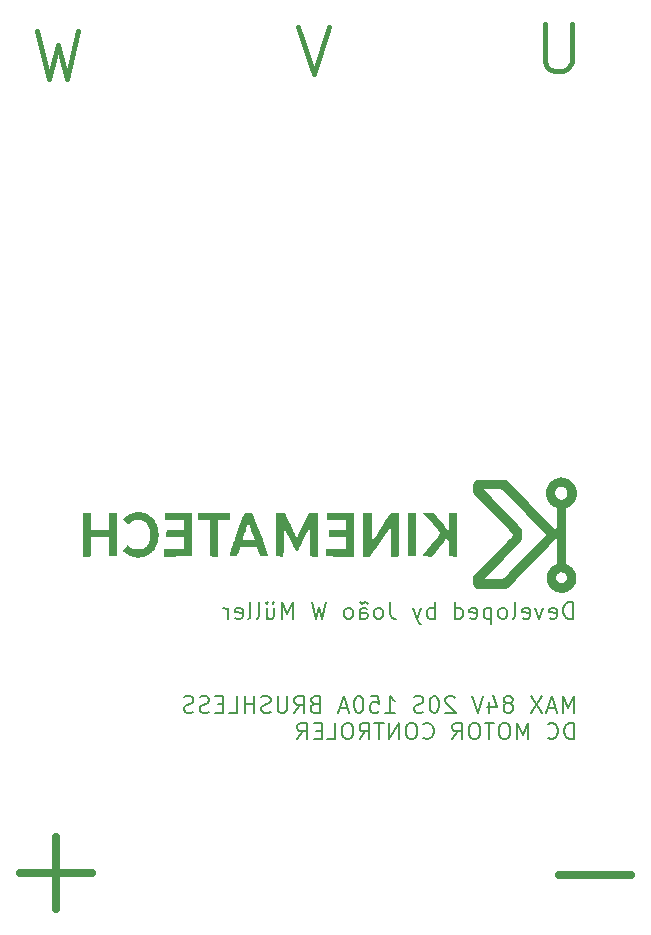
<source format=gbr>
%TF.GenerationSoftware,KiCad,Pcbnew,9.0.3*%
%TF.CreationDate,2025-08-23T20:27:24-03:00*%
%TF.ProjectId,Torq150A,546f7271-3135-4304-912e-6b696361645f,rev?*%
%TF.SameCoordinates,Original*%
%TF.FileFunction,Legend,Bot*%
%TF.FilePolarity,Positive*%
%FSLAX46Y46*%
G04 Gerber Fmt 4.6, Leading zero omitted, Abs format (unit mm)*
G04 Created by KiCad (PCBNEW 9.0.3) date 2025-08-23 20:27:24*
%MOMM*%
%LPD*%
G01*
G04 APERTURE LIST*
%ADD10C,0.000000*%
%ADD11C,0.180000*%
%ADD12C,0.400000*%
%ADD13C,0.700000*%
G04 APERTURE END LIST*
D10*
G36*
X159174648Y-78508521D02*
G01*
X159174648Y-79238770D01*
X159941939Y-79238770D01*
X160711876Y-79238770D01*
X160709227Y-78521753D01*
X160708649Y-78242453D01*
X160709320Y-78119546D01*
X160710550Y-78011770D01*
X160712276Y-77922101D01*
X160714437Y-77853516D01*
X160716969Y-77808991D01*
X160718355Y-77796682D01*
X160719811Y-77791504D01*
X160730139Y-77787932D01*
X160752079Y-77785127D01*
X160824157Y-77781665D01*
X160922777Y-77780807D01*
X161034667Y-77782244D01*
X161146556Y-77785665D01*
X161245175Y-77790760D01*
X161317253Y-77797220D01*
X161339192Y-77800864D01*
X161349520Y-77804733D01*
X161356838Y-77853940D01*
X161362916Y-77984567D01*
X161371350Y-78483389D01*
X161374823Y-79287805D01*
X161373336Y-80384421D01*
X161370690Y-81487732D01*
X161032021Y-81487732D01*
X160690709Y-81487732D01*
X160703939Y-80746899D01*
X160706461Y-80452633D01*
X160706254Y-80202519D01*
X160705205Y-80102236D01*
X160703567Y-80022850D01*
X160701370Y-79967649D01*
X160700073Y-79950145D01*
X160698647Y-79939919D01*
X160682772Y-79873774D01*
X159928710Y-79876419D01*
X159174648Y-79879064D01*
X159174648Y-80678105D01*
X159173738Y-80990684D01*
X159171339Y-81247950D01*
X159167949Y-81423360D01*
X159166038Y-81472076D01*
X159165055Y-81485234D01*
X159164064Y-81490374D01*
X159161335Y-81491365D01*
X159155254Y-81492349D01*
X159133761Y-81494261D01*
X159058562Y-81497651D01*
X158950123Y-81500049D01*
X158820104Y-81500958D01*
X158486730Y-81500958D01*
X158486730Y-79648874D01*
X158486730Y-77796793D01*
X158830690Y-77788856D01*
X159174648Y-77778272D01*
X159174648Y-78508521D01*
G37*
G36*
X175867208Y-78370936D02*
G01*
X176104259Y-78859671D01*
X176191747Y-79043360D01*
X176263422Y-79197097D01*
X176322943Y-79328758D01*
X176373968Y-79446218D01*
X176420156Y-79557354D01*
X176465166Y-79670040D01*
X176485800Y-79721328D01*
X176505721Y-79769299D01*
X176524464Y-79812867D01*
X176541564Y-79850947D01*
X176549352Y-79867590D01*
X176556555Y-79882454D01*
X176563115Y-79895403D01*
X176568973Y-79906303D01*
X176574072Y-79915016D01*
X176578353Y-79921408D01*
X176580168Y-79923691D01*
X176581758Y-79925342D01*
X176583114Y-79926346D01*
X176584229Y-79926684D01*
X176587806Y-79924306D01*
X176593500Y-79917331D01*
X176610770Y-79890552D01*
X176635110Y-79848271D01*
X176665589Y-79792409D01*
X176741244Y-79647633D01*
X176830292Y-79471602D01*
X177139813Y-78838711D01*
X177379633Y-78345470D01*
X177534621Y-78022389D01*
X177575574Y-77934193D01*
X177589646Y-77899978D01*
X177589860Y-77897752D01*
X177590493Y-77895069D01*
X177591529Y-77891967D01*
X177592953Y-77888486D01*
X177594748Y-77884663D01*
X177596900Y-77880538D01*
X177599394Y-77876149D01*
X177602212Y-77871536D01*
X177605341Y-77866736D01*
X177608764Y-77861790D01*
X177612467Y-77856734D01*
X177616433Y-77851609D01*
X177620647Y-77846453D01*
X177625093Y-77841305D01*
X177629757Y-77836203D01*
X177634623Y-77831187D01*
X177641783Y-77823676D01*
X177649614Y-77816986D01*
X177658476Y-77811072D01*
X177668730Y-77805886D01*
X177680735Y-77801383D01*
X177694852Y-77797515D01*
X177711442Y-77794236D01*
X177730866Y-77791500D01*
X177753482Y-77789260D01*
X177779653Y-77787469D01*
X177844099Y-77785051D01*
X177927086Y-77783872D01*
X178031498Y-77783562D01*
X178383394Y-77783562D01*
X178383394Y-79643584D01*
X178383399Y-81500958D01*
X178047379Y-81495668D01*
X177708710Y-81490377D01*
X177695482Y-80252126D01*
X177682253Y-79013876D01*
X177634626Y-79140876D01*
X177622074Y-79169685D01*
X177606638Y-79203673D01*
X177569473Y-79282097D01*
X177527843Y-79365978D01*
X177506826Y-79406787D01*
X177486460Y-79445147D01*
X177424242Y-79564250D01*
X177326057Y-79757024D01*
X177076355Y-80257416D01*
X177011884Y-80387016D01*
X176948529Y-80511872D01*
X176887902Y-80628976D01*
X176831616Y-80735321D01*
X176781283Y-80827900D01*
X176738515Y-80903704D01*
X176704926Y-80959726D01*
X176692076Y-80979379D01*
X176682126Y-80992959D01*
X176668581Y-81010643D01*
X176656613Y-81026037D01*
X176646064Y-81039205D01*
X176641272Y-81044976D01*
X176636775Y-81050216D01*
X176632553Y-81054932D01*
X176628586Y-81059133D01*
X176624855Y-81062827D01*
X176621339Y-81066023D01*
X176618019Y-81068729D01*
X176614875Y-81070952D01*
X176611887Y-81072702D01*
X176609035Y-81073986D01*
X176606299Y-81074813D01*
X176603660Y-81075191D01*
X176601097Y-81075128D01*
X176598591Y-81074632D01*
X176596122Y-81073712D01*
X176593670Y-81072376D01*
X176591214Y-81070632D01*
X176588737Y-81068488D01*
X176586216Y-81065952D01*
X176583633Y-81063034D01*
X176580967Y-81059740D01*
X176578200Y-81056080D01*
X176572278Y-81047693D01*
X176565709Y-81037937D01*
X176555369Y-81022961D01*
X176542517Y-81002466D01*
X176527618Y-80977382D01*
X176511139Y-80948639D01*
X176475296Y-80883900D01*
X176438707Y-80815687D01*
X176399392Y-80740363D01*
X176356356Y-80659582D01*
X176314808Y-80582771D01*
X176279958Y-80519354D01*
X176205415Y-80384226D01*
X176114717Y-80214711D01*
X175908549Y-79818539D01*
X175708829Y-79422863D01*
X175626194Y-79253969D01*
X175562937Y-79119708D01*
X175546313Y-79087421D01*
X175539526Y-79079292D01*
X175533626Y-79078698D01*
X175528518Y-79087281D01*
X175524103Y-79106686D01*
X175516966Y-79184531D01*
X175511442Y-79325380D01*
X175506755Y-79542380D01*
X175496792Y-80257416D01*
X175490507Y-80740819D01*
X175484222Y-81136164D01*
X175478930Y-81403021D01*
X175475623Y-81500958D01*
X175374942Y-81500374D01*
X175267471Y-81498767D01*
X175056591Y-81493351D01*
X174965398Y-81489976D01*
X174891847Y-81486447D01*
X174842047Y-81482979D01*
X174827961Y-81481336D01*
X174822104Y-81479790D01*
X174818218Y-81331126D01*
X174814828Y-80933423D01*
X174811521Y-79632997D01*
X174808875Y-77796790D01*
X175195166Y-77788853D01*
X175578812Y-77780915D01*
X175867208Y-78370936D01*
G37*
G36*
X181465790Y-79291687D02*
G01*
X181463807Y-80452877D01*
X181461327Y-80887496D01*
X181457854Y-81143770D01*
X181449920Y-81500955D01*
X180259295Y-81495664D01*
X179066025Y-81490374D01*
X179058086Y-81183458D01*
X179050147Y-80879187D01*
X179917981Y-80879187D01*
X180256525Y-80877782D01*
X180404975Y-80876118D01*
X180534792Y-80873896D01*
X180642408Y-80871178D01*
X180724258Y-80868026D01*
X180776776Y-80864502D01*
X180790922Y-80862620D01*
X180796398Y-80860668D01*
X180798016Y-80846002D01*
X180798920Y-80813291D01*
X180798714Y-80701918D01*
X180796026Y-80542920D01*
X180791106Y-80352669D01*
X180777877Y-79868480D01*
X180042336Y-79871125D01*
X179309440Y-79876416D01*
X179309440Y-79572145D01*
X179309440Y-79265229D01*
X180052918Y-79259937D01*
X180796396Y-79252000D01*
X180796396Y-78828666D01*
X180799042Y-78405333D01*
X180007937Y-78400041D01*
X179441397Y-78394088D01*
X179190374Y-78392104D01*
X179188901Y-78391764D01*
X179187461Y-78390752D01*
X179184679Y-78386745D01*
X179182038Y-78380157D01*
X179179543Y-78371061D01*
X179175027Y-78345642D01*
X179171192Y-78311076D01*
X179168102Y-78267952D01*
X179165818Y-78216859D01*
X179164402Y-78158387D01*
X179163916Y-78093125D01*
X179163916Y-77796791D01*
X180314853Y-77796791D01*
X181465790Y-77796791D01*
X181465790Y-79291687D01*
G37*
G36*
X185236103Y-79630352D02*
G01*
X185235193Y-80348862D01*
X185232795Y-80939379D01*
X185229405Y-81340389D01*
X185227493Y-81450604D01*
X185225519Y-81490374D01*
X185225519Y-81490371D01*
X185222790Y-81491362D01*
X185216704Y-81492345D01*
X185195176Y-81494258D01*
X185119687Y-81497648D01*
X185010463Y-81500046D01*
X184878916Y-81500955D01*
X184542894Y-81500955D01*
X184550832Y-80252123D01*
X184553313Y-79769218D01*
X184552816Y-79375361D01*
X184551452Y-79224461D01*
X184549344Y-79110984D01*
X184546491Y-79039986D01*
X184544786Y-79021995D01*
X184542894Y-79016520D01*
X184519903Y-79042389D01*
X184471581Y-79106892D01*
X184303777Y-79344604D01*
X184049157Y-79715268D01*
X183717394Y-80204500D01*
X183370129Y-80719445D01*
X183082395Y-81141125D01*
X182836332Y-81495668D01*
X182542646Y-81498313D01*
X182246311Y-81500958D01*
X182246311Y-79643584D01*
X182246311Y-77786209D01*
X182590270Y-77786209D01*
X182934227Y-77788854D01*
X182934227Y-79019162D01*
X182936088Y-79501365D01*
X182938274Y-79708980D01*
X182941174Y-79888319D01*
X182944693Y-80034915D01*
X182948740Y-80144303D01*
X182953220Y-80212020D01*
X182955594Y-80228856D01*
X182956810Y-80232775D01*
X182958042Y-80233600D01*
X182967344Y-80224343D01*
X182982975Y-80205060D01*
X183031008Y-80139715D01*
X183178637Y-79925031D01*
X183365458Y-79642381D01*
X183555999Y-79344600D01*
X183723471Y-79078198D01*
X183897641Y-78810803D01*
X184098104Y-78512651D01*
X184344457Y-78153976D01*
X184590519Y-77796788D01*
X184913311Y-77788851D01*
X185236103Y-77780914D01*
X185236103Y-79630352D01*
G37*
G36*
X173897384Y-80574918D02*
G01*
X174079450Y-81098628D01*
X174195040Y-81442751D01*
X174195043Y-81442751D01*
X174196997Y-81450232D01*
X174197653Y-81456838D01*
X174196642Y-81462621D01*
X174193596Y-81467638D01*
X174188147Y-81471941D01*
X174179928Y-81475585D01*
X174168568Y-81478625D01*
X174153702Y-81481115D01*
X174134959Y-81483108D01*
X174111973Y-81484659D01*
X174051796Y-81486654D01*
X173970225Y-81487532D01*
X173864315Y-81487729D01*
X173819373Y-81487605D01*
X173777756Y-81487233D01*
X173739380Y-81486613D01*
X173704158Y-81485745D01*
X173672006Y-81484629D01*
X173642839Y-81483265D01*
X173616570Y-81481653D01*
X173593115Y-81479792D01*
X173572389Y-81477684D01*
X173554306Y-81475328D01*
X173538781Y-81472723D01*
X173525729Y-81469871D01*
X173515064Y-81466770D01*
X173510600Y-81465127D01*
X173506701Y-81463422D01*
X173503356Y-81461654D01*
X173500555Y-81459825D01*
X173498287Y-81457933D01*
X173496541Y-81455980D01*
X173481029Y-81420069D01*
X173456276Y-81353743D01*
X173390709Y-81163945D01*
X173323157Y-80954801D01*
X173295923Y-80864290D01*
X173276937Y-80794522D01*
X173245189Y-80667520D01*
X172533461Y-80667520D01*
X172422568Y-80667588D01*
X172323603Y-80667815D01*
X172235910Y-80668235D01*
X172158828Y-80668884D01*
X172091698Y-80669797D01*
X172033863Y-80671008D01*
X171984663Y-80672553D01*
X171963096Y-80673461D01*
X171943440Y-80674465D01*
X171925613Y-80675571D01*
X171909533Y-80676781D01*
X171895118Y-80678101D01*
X171882285Y-80679535D01*
X171870953Y-80681087D01*
X171861037Y-80682761D01*
X171852457Y-80684563D01*
X171845130Y-80686496D01*
X171838973Y-80688564D01*
X171833904Y-80690772D01*
X171829841Y-80693125D01*
X171826702Y-80695627D01*
X171825453Y-80696935D01*
X171824403Y-80698282D01*
X171823544Y-80699668D01*
X171822864Y-80701094D01*
X171822000Y-80704068D01*
X171821730Y-80707208D01*
X171821486Y-80712097D01*
X171820764Y-80717791D01*
X171819585Y-80724230D01*
X171817968Y-80731351D01*
X171815933Y-80739092D01*
X171813498Y-80747391D01*
X171807508Y-80765416D01*
X171800154Y-80784928D01*
X171791590Y-80805433D01*
X171781971Y-80826434D01*
X171771453Y-80847435D01*
X171760006Y-80872354D01*
X171745863Y-80906388D01*
X171711591Y-80995602D01*
X171672855Y-81102676D01*
X171633870Y-81215207D01*
X171543911Y-81487729D01*
X171194661Y-81487729D01*
X170845415Y-81487729D01*
X170908916Y-81344853D01*
X170922838Y-81311998D01*
X170938434Y-81272011D01*
X170955146Y-81226443D01*
X170972416Y-81176844D01*
X170989686Y-81124765D01*
X171006398Y-81071755D01*
X171021993Y-81019365D01*
X171035915Y-80969146D01*
X171072583Y-80847479D01*
X171122895Y-80690341D01*
X171180650Y-80517824D01*
X171239644Y-80350020D01*
X171337493Y-80066918D01*
X172006939Y-80066918D01*
X172009623Y-80068869D01*
X172017496Y-80070751D01*
X172047742Y-80074275D01*
X172095538Y-80077427D01*
X172158743Y-80080145D01*
X172322826Y-80084031D01*
X172522875Y-80085437D01*
X172633922Y-80084951D01*
X172734087Y-80083535D01*
X172822159Y-80081251D01*
X172896930Y-80078161D01*
X172928950Y-80076333D01*
X172957190Y-80074326D01*
X172981501Y-80072150D01*
X173001731Y-80069810D01*
X173017728Y-80067315D01*
X173029342Y-80064673D01*
X173033458Y-80063300D01*
X173036421Y-80061892D01*
X173038213Y-80060451D01*
X173038814Y-80058979D01*
X173038111Y-80050075D01*
X173035672Y-80038349D01*
X173031001Y-80022469D01*
X173023600Y-80001101D01*
X173012976Y-79972912D01*
X172998630Y-79936568D01*
X172956792Y-79834083D01*
X172837731Y-79503354D01*
X172744135Y-79234471D01*
X172695228Y-79096681D01*
X172652523Y-78979479D01*
X172634974Y-78927126D01*
X172618293Y-78874183D01*
X172602852Y-78822047D01*
X172589023Y-78772112D01*
X172577179Y-78725774D01*
X172567691Y-78684427D01*
X172560932Y-78649468D01*
X172558692Y-78634820D01*
X172557274Y-78622292D01*
X172553812Y-78591131D01*
X172551449Y-78580980D01*
X172548427Y-78574915D01*
X172546614Y-78573523D01*
X172544568Y-78573283D01*
X172542269Y-78574239D01*
X172539694Y-78576434D01*
X172533626Y-78584716D01*
X172526186Y-78598479D01*
X172517195Y-78618071D01*
X172506476Y-78643841D01*
X172479140Y-78715309D01*
X172395879Y-78947729D01*
X172330641Y-79130994D01*
X172266893Y-79306570D01*
X172212076Y-79454861D01*
X172173629Y-79556270D01*
X172146714Y-79627590D01*
X172118560Y-79705637D01*
X172090654Y-79785978D01*
X172064485Y-79864180D01*
X172041541Y-79935809D01*
X172023310Y-79996431D01*
X172011279Y-80041611D01*
X172008055Y-80057026D01*
X172006939Y-80066918D01*
X171337493Y-80066918D01*
X171357384Y-80009369D01*
X171410797Y-79851446D01*
X171451311Y-79728249D01*
X171486080Y-79619646D01*
X171527049Y-79498393D01*
X171568514Y-79379620D01*
X171604769Y-79278458D01*
X171805977Y-78746645D01*
X171956335Y-78353739D01*
X172060556Y-78087833D01*
X172096839Y-77998784D01*
X172123354Y-77937020D01*
X172192144Y-77783562D01*
X172514934Y-77783562D01*
X172840374Y-77783562D01*
X172903875Y-77937020D01*
X173015702Y-78216198D01*
X173189293Y-78662310D01*
X173560039Y-79635645D01*
X173705395Y-80033348D01*
X173714481Y-80058979D01*
X173897384Y-80574918D01*
G37*
G36*
X186691311Y-79630355D02*
G01*
X186691311Y-81487729D01*
X186373812Y-81487729D01*
X186056311Y-81487729D01*
X186051020Y-81389834D01*
X186043082Y-79537751D01*
X186040436Y-77786209D01*
X186365874Y-77778272D01*
X186691311Y-77770335D01*
X186691311Y-79630355D01*
G37*
G36*
X170975060Y-78101062D02*
G01*
X170975060Y-78418562D01*
X170464412Y-78423854D01*
X169956414Y-78431791D01*
X169951125Y-78603771D01*
X169945833Y-80138354D01*
X169943187Y-81500958D01*
X169620400Y-81495668D01*
X169294960Y-81493022D01*
X169289669Y-79974313D01*
X169281731Y-78439729D01*
X169279077Y-78437716D01*
X169271292Y-78435661D01*
X169241382Y-78431501D01*
X169194108Y-78427403D01*
X169131579Y-78423522D01*
X168969190Y-78417032D01*
X168771084Y-78413270D01*
X168263085Y-78405333D01*
X168255147Y-78095770D01*
X168247207Y-77783562D01*
X169612456Y-77783562D01*
X170975060Y-77783562D01*
X170975060Y-78101062D01*
G37*
G36*
X200330369Y-76132918D02*
G01*
X200328797Y-76184152D01*
X200325106Y-76235320D01*
X200319335Y-76286347D01*
X200311522Y-76337159D01*
X200301706Y-76387680D01*
X200289924Y-76437836D01*
X200276214Y-76487550D01*
X200260616Y-76536749D01*
X200243167Y-76585356D01*
X200223906Y-76633298D01*
X200202870Y-76680498D01*
X200180099Y-76726882D01*
X200155630Y-76772374D01*
X200129502Y-76816900D01*
X200101753Y-76860385D01*
X200072421Y-76902752D01*
X200041544Y-76943928D01*
X200009162Y-76983837D01*
X199975311Y-77022404D01*
X199940031Y-77059554D01*
X199903359Y-77095212D01*
X199865335Y-77129302D01*
X199825995Y-77161750D01*
X199785379Y-77192481D01*
X199743524Y-77221420D01*
X199700470Y-77248490D01*
X199656254Y-77273618D01*
X199610914Y-77296728D01*
X199417769Y-77389332D01*
X199417769Y-79638291D01*
X199417769Y-79757353D01*
X199417769Y-82122728D01*
X199515665Y-82167707D01*
X199570094Y-82193764D01*
X199622309Y-82221379D01*
X199672394Y-82250621D01*
X199720428Y-82281562D01*
X199766493Y-82314269D01*
X199810670Y-82348814D01*
X199853042Y-82385265D01*
X199893688Y-82423693D01*
X199932692Y-82464167D01*
X199970133Y-82506758D01*
X200006094Y-82551534D01*
X200040656Y-82598566D01*
X200073900Y-82647923D01*
X200105908Y-82699676D01*
X200136761Y-82753893D01*
X200166540Y-82810645D01*
X200201700Y-82883416D01*
X200216095Y-82914301D01*
X200228552Y-82942358D01*
X200239210Y-82968213D01*
X200248209Y-82992494D01*
X200255689Y-83015830D01*
X200261790Y-83038848D01*
X200266650Y-83062176D01*
X200270409Y-83086443D01*
X200273208Y-83112274D01*
X200275184Y-83140300D01*
X200276479Y-83171147D01*
X200277231Y-83205443D01*
X200277665Y-83286896D01*
X200277403Y-83310594D01*
X200277063Y-83341482D01*
X200275205Y-83393313D01*
X200272014Y-83442671D01*
X200267412Y-83489839D01*
X200261322Y-83535101D01*
X200253666Y-83578738D01*
X200244367Y-83621034D01*
X200233347Y-83662273D01*
X200220529Y-83702736D01*
X200205835Y-83742707D01*
X200189187Y-83782468D01*
X200170509Y-83822304D01*
X200149722Y-83862496D01*
X200126749Y-83903327D01*
X200101513Y-83945081D01*
X200073936Y-83988041D01*
X200040735Y-84034654D01*
X200003914Y-84081022D01*
X199963884Y-84126841D01*
X199921056Y-84171803D01*
X199875841Y-84215602D01*
X199828649Y-84257932D01*
X199779891Y-84298487D01*
X199729978Y-84336961D01*
X199679321Y-84373047D01*
X199628330Y-84406439D01*
X199577417Y-84436832D01*
X199526993Y-84463919D01*
X199477467Y-84487394D01*
X199429252Y-84506950D01*
X199382757Y-84522281D01*
X199338394Y-84533082D01*
X199338394Y-84533085D01*
X199304953Y-84538576D01*
X199268435Y-84543147D01*
X199229296Y-84546812D01*
X199187995Y-84549581D01*
X199100735Y-84552481D01*
X199010311Y-84551938D01*
X198920384Y-84548047D01*
X198834611Y-84540900D01*
X198794426Y-84536134D01*
X198756652Y-84530590D01*
X198721746Y-84524278D01*
X198690165Y-84517211D01*
X198648045Y-84505171D01*
X198606956Y-84491837D01*
X198566812Y-84477155D01*
X198527529Y-84461069D01*
X198489021Y-84443526D01*
X198451203Y-84424471D01*
X198413990Y-84403851D01*
X198377295Y-84381610D01*
X198341035Y-84357696D01*
X198305124Y-84332053D01*
X198269476Y-84304626D01*
X198234007Y-84275363D01*
X198198631Y-84244209D01*
X198163262Y-84211109D01*
X198127816Y-84176009D01*
X198092207Y-84138856D01*
X198058700Y-84102041D01*
X198027554Y-84065847D01*
X197998649Y-84030025D01*
X197971863Y-83994327D01*
X197947077Y-83958505D01*
X197924171Y-83922311D01*
X197903024Y-83885497D01*
X197883517Y-83847814D01*
X197865529Y-83809016D01*
X197848940Y-83768853D01*
X197833630Y-83727078D01*
X197819479Y-83683442D01*
X197806367Y-83637698D01*
X197794173Y-83589598D01*
X197782778Y-83538893D01*
X197772061Y-83485336D01*
X197764992Y-83439461D01*
X197760130Y-83393170D01*
X197757432Y-83346546D01*
X197757370Y-83341481D01*
X198573866Y-83341481D01*
X198574038Y-83360440D01*
X198574815Y-83377958D01*
X198576255Y-83394263D01*
X198578416Y-83409583D01*
X198581355Y-83424147D01*
X198585132Y-83438184D01*
X198589805Y-83451923D01*
X198595430Y-83465592D01*
X198602067Y-83479420D01*
X198609774Y-83493636D01*
X198618609Y-83508468D01*
X198628630Y-83524145D01*
X198639895Y-83540895D01*
X198647603Y-83552355D01*
X198655801Y-83563869D01*
X198664416Y-83575369D01*
X198673381Y-83586782D01*
X198682624Y-83598041D01*
X198692077Y-83609075D01*
X198701670Y-83619815D01*
X198711332Y-83630190D01*
X198720994Y-83640131D01*
X198730587Y-83649569D01*
X198740039Y-83658432D01*
X198749283Y-83666653D01*
X198758248Y-83674160D01*
X198766863Y-83680885D01*
X198775061Y-83686756D01*
X198782769Y-83691706D01*
X198782770Y-83691709D01*
X198790632Y-83696170D01*
X198799281Y-83700608D01*
X198808635Y-83704999D01*
X198818613Y-83709320D01*
X198829134Y-83713549D01*
X198840115Y-83717661D01*
X198863137Y-83725443D01*
X198887027Y-83732481D01*
X198911134Y-83738589D01*
X198934807Y-83743581D01*
X198946278Y-83745600D01*
X198957395Y-83747271D01*
X198991764Y-83750322D01*
X199025382Y-83751091D01*
X199058196Y-83749653D01*
X199090152Y-83746083D01*
X199121198Y-83740454D01*
X199151279Y-83732842D01*
X199180343Y-83723322D01*
X199208336Y-83711967D01*
X199235205Y-83698852D01*
X199260897Y-83684052D01*
X199285359Y-83667643D01*
X199308537Y-83649697D01*
X199330377Y-83630290D01*
X199350827Y-83609497D01*
X199369834Y-83587391D01*
X199387343Y-83564048D01*
X199403302Y-83539543D01*
X199417658Y-83513949D01*
X199430357Y-83487342D01*
X199441345Y-83459796D01*
X199450570Y-83431386D01*
X199457978Y-83402186D01*
X199463517Y-83372271D01*
X199467132Y-83341715D01*
X199468770Y-83310594D01*
X199468378Y-83278981D01*
X199465904Y-83246952D01*
X199461292Y-83214581D01*
X199454491Y-83181942D01*
X199445447Y-83149110D01*
X199434106Y-83116160D01*
X199420416Y-83083167D01*
X199408826Y-83059276D01*
X199396779Y-83037149D01*
X199384127Y-83016689D01*
X199370724Y-82997798D01*
X199356421Y-82980380D01*
X199341072Y-82964337D01*
X199324529Y-82949574D01*
X199306645Y-82935993D01*
X199287273Y-82923497D01*
X199266265Y-82911989D01*
X199243474Y-82901373D01*
X199218754Y-82891551D01*
X199191956Y-82882427D01*
X199162933Y-82873904D01*
X199131538Y-82865884D01*
X199097624Y-82858272D01*
X199074478Y-82853658D01*
X199053472Y-82849761D01*
X199034325Y-82846615D01*
X199016761Y-82844257D01*
X199000498Y-82842720D01*
X198985258Y-82842040D01*
X198970763Y-82842251D01*
X198956733Y-82843389D01*
X198942889Y-82845487D01*
X198928952Y-82848582D01*
X198914643Y-82852708D01*
X198899682Y-82857899D01*
X198883792Y-82864191D01*
X198866692Y-82871619D01*
X198848104Y-82880217D01*
X198827749Y-82890021D01*
X198796730Y-82905636D01*
X198768114Y-82921806D01*
X198741824Y-82938651D01*
X198717781Y-82956290D01*
X198695909Y-82974844D01*
X198676130Y-82994432D01*
X198658366Y-83015176D01*
X198642541Y-83037195D01*
X198628575Y-83060609D01*
X198616392Y-83085538D01*
X198605915Y-83112103D01*
X198597065Y-83140424D01*
X198589766Y-83170620D01*
X198583939Y-83202813D01*
X198579508Y-83237121D01*
X198576395Y-83273666D01*
X198575102Y-83298323D01*
X198574240Y-83320851D01*
X198573866Y-83341481D01*
X197757370Y-83341481D01*
X197756858Y-83299668D01*
X197758364Y-83252617D01*
X197761910Y-83205475D01*
X197767454Y-83158322D01*
X197774955Y-83111240D01*
X197784370Y-83064308D01*
X197795658Y-83017609D01*
X197808777Y-82971223D01*
X197823686Y-82925230D01*
X197840342Y-82879713D01*
X197858705Y-82834751D01*
X197878733Y-82790425D01*
X197900384Y-82746818D01*
X197923616Y-82704008D01*
X197948387Y-82662078D01*
X197974657Y-82621108D01*
X198002383Y-82581179D01*
X198031523Y-82542372D01*
X198062037Y-82504768D01*
X198093881Y-82468448D01*
X198127016Y-82433493D01*
X198161398Y-82399984D01*
X198196987Y-82368001D01*
X198233740Y-82337625D01*
X198271617Y-82308938D01*
X198310575Y-82282020D01*
X198350572Y-82256952D01*
X198391567Y-82233815D01*
X198433519Y-82212690D01*
X198594915Y-82135961D01*
X198597561Y-81143773D01*
X198600000Y-80750000D01*
X198603183Y-80410548D01*
X198606863Y-80161882D01*
X198608811Y-80082987D01*
X198610790Y-80040463D01*
X198611434Y-80030030D01*
X198611881Y-80020068D01*
X198612133Y-80010581D01*
X198612196Y-80001576D01*
X198612072Y-79993057D01*
X198611767Y-79985029D01*
X198611283Y-79977499D01*
X198610625Y-79970471D01*
X198609796Y-79963951D01*
X198608800Y-79957944D01*
X198607642Y-79952455D01*
X198606325Y-79947490D01*
X198604853Y-79943054D01*
X198603230Y-79939153D01*
X198601459Y-79935791D01*
X198599545Y-79932974D01*
X198597492Y-79930707D01*
X198595302Y-79928997D01*
X198592982Y-79927847D01*
X198590533Y-79927264D01*
X198587960Y-79927252D01*
X198585267Y-79927817D01*
X198582458Y-79928965D01*
X198579536Y-79930700D01*
X198576506Y-79933028D01*
X198573371Y-79935955D01*
X198570135Y-79939485D01*
X198566803Y-79943624D01*
X198563377Y-79948378D01*
X198559863Y-79953751D01*
X198556263Y-79959749D01*
X198552582Y-79966378D01*
X198513468Y-80014225D01*
X198412311Y-80123929D01*
X197990012Y-80564006D01*
X196028457Y-82572523D01*
X195128543Y-83495258D01*
X194815880Y-83817471D01*
X194655270Y-83985399D01*
X194560438Y-84086132D01*
X194519156Y-84126454D01*
X194478536Y-84160727D01*
X194436010Y-84189434D01*
X194389007Y-84213059D01*
X194334958Y-84232089D01*
X194271293Y-84247006D01*
X194195443Y-84258295D01*
X194104838Y-84266441D01*
X193996909Y-84271929D01*
X193869085Y-84275242D01*
X193543477Y-84277283D01*
X193107457Y-84276441D01*
X192684134Y-84275382D01*
X192513249Y-84274308D01*
X192366541Y-84272431D01*
X192301548Y-84271089D01*
X192241754Y-84269423D01*
X192186876Y-84267391D01*
X192136633Y-84264953D01*
X192090742Y-84262068D01*
X192048921Y-84258693D01*
X192010889Y-84254789D01*
X191976364Y-84250313D01*
X191945063Y-84245225D01*
X191916704Y-84239484D01*
X191891007Y-84233047D01*
X191867688Y-84225875D01*
X191846466Y-84217926D01*
X191827059Y-84209158D01*
X191809184Y-84199531D01*
X191792561Y-84189004D01*
X191776906Y-84177534D01*
X191761939Y-84165082D01*
X191747376Y-84151606D01*
X191732937Y-84137064D01*
X191718338Y-84121415D01*
X191703299Y-84104619D01*
X191670770Y-84067419D01*
X191647851Y-84039927D01*
X191626695Y-84011939D01*
X191607268Y-83983331D01*
X191589535Y-83953979D01*
X191573460Y-83923759D01*
X191559010Y-83892546D01*
X191546148Y-83860218D01*
X191534841Y-83826649D01*
X191525053Y-83791715D01*
X191516749Y-83755294D01*
X191509895Y-83717260D01*
X191504455Y-83677490D01*
X191500395Y-83635859D01*
X191497680Y-83592245D01*
X191496275Y-83546521D01*
X191496145Y-83498565D01*
X191497154Y-83441519D01*
X191499747Y-83389584D01*
X191504767Y-83341487D01*
X191513053Y-83295951D01*
X191525449Y-83251702D01*
X191542793Y-83207465D01*
X191565928Y-83161965D01*
X191595694Y-83113926D01*
X191632933Y-83062073D01*
X191678485Y-83005131D01*
X191733191Y-82941826D01*
X191797893Y-82870881D01*
X191960648Y-82700974D01*
X192173478Y-82485209D01*
X192941364Y-81712006D01*
X193555058Y-81091848D01*
X194030528Y-80608115D01*
X194383741Y-80244189D01*
X194519492Y-80101960D01*
X194630667Y-79983451D01*
X194719262Y-79886583D01*
X194787273Y-79809280D01*
X194836695Y-79749465D01*
X194869526Y-79705059D01*
X194880343Y-79687986D01*
X194887761Y-79673986D01*
X194892028Y-79662800D01*
X194893395Y-79654168D01*
X194892632Y-79649257D01*
X194890393Y-79642535D01*
X194886750Y-79634116D01*
X194881778Y-79624112D01*
X194868141Y-79599798D01*
X194850070Y-79570492D01*
X194828154Y-79537094D01*
X194802982Y-79500502D01*
X194775144Y-79461615D01*
X194745229Y-79421333D01*
X194682230Y-79342123D01*
X194581559Y-79228187D01*
X194201840Y-78828666D01*
X193475352Y-78087833D01*
X192271374Y-76870750D01*
X192134209Y-76730888D01*
X192004516Y-76597195D01*
X191885304Y-76472867D01*
X191779579Y-76361096D01*
X191690349Y-76265076D01*
X191620623Y-76188001D01*
X191573406Y-76133063D01*
X191559179Y-76114895D01*
X191551707Y-76103458D01*
X191541202Y-76078982D01*
X191531538Y-76050526D01*
X191522750Y-76018574D01*
X191514872Y-75983610D01*
X191507941Y-75946120D01*
X191501989Y-75906587D01*
X191497054Y-75865496D01*
X191493168Y-75823331D01*
X191492107Y-75807123D01*
X192459227Y-75807123D01*
X192459959Y-75808846D01*
X192462101Y-75811981D01*
X192470307Y-75822171D01*
X192483226Y-75837075D01*
X192500238Y-75856071D01*
X192544060Y-75903861D01*
X192596811Y-75960581D01*
X192666430Y-76034044D01*
X192752916Y-76127599D01*
X192845355Y-76229588D01*
X192932833Y-76328352D01*
X193094104Y-76502688D01*
X193387585Y-76810225D01*
X193771852Y-77207555D01*
X194205479Y-77651269D01*
X194634589Y-78088901D01*
X194967892Y-78430756D01*
X195102549Y-78570098D01*
X195217975Y-78690693D01*
X195315743Y-78794274D01*
X195397426Y-78882573D01*
X195464599Y-78957322D01*
X195518835Y-79020255D01*
X195541593Y-79047831D01*
X195561707Y-79073102D01*
X195579373Y-79096286D01*
X195594789Y-79117597D01*
X195608150Y-79137255D01*
X195619654Y-79155473D01*
X195629498Y-79172470D01*
X195637877Y-79188462D01*
X195644989Y-79203664D01*
X195651030Y-79218295D01*
X195656197Y-79232570D01*
X195660687Y-79246706D01*
X195669433Y-79282840D01*
X195676826Y-79326924D01*
X195682877Y-79377727D01*
X195687600Y-79434023D01*
X195691005Y-79494582D01*
X195693104Y-79558176D01*
X195693429Y-79689552D01*
X195688670Y-79818325D01*
X195684412Y-79878663D01*
X195678918Y-79934664D01*
X195672200Y-79985100D01*
X195664268Y-80028741D01*
X195655135Y-80064360D01*
X195644812Y-80090727D01*
X195638186Y-80101814D01*
X195627397Y-80117036D01*
X195594293Y-80158817D01*
X195547423Y-80213930D01*
X195488708Y-80280237D01*
X195420071Y-80355597D01*
X195343435Y-80437871D01*
X195260722Y-80524919D01*
X195173854Y-80614604D01*
X194692973Y-81109706D01*
X194136687Y-81686166D01*
X193554934Y-82295037D01*
X193006916Y-82866207D01*
X192639145Y-83255145D01*
X192526945Y-83375200D01*
X192496363Y-83408810D01*
X192488400Y-83418034D01*
X192485688Y-83421829D01*
X192500574Y-83423803D01*
X192543274Y-83425716D01*
X192700330Y-83429106D01*
X192933287Y-83431503D01*
X193218582Y-83432412D01*
X193411149Y-83432020D01*
X193571967Y-83430759D01*
X193703763Y-83428505D01*
X193759630Y-83426968D01*
X193809265Y-83425136D01*
X193853010Y-83422994D01*
X193891204Y-83420526D01*
X193924189Y-83417717D01*
X193952306Y-83414552D01*
X193975896Y-83411015D01*
X193995301Y-83407090D01*
X194010860Y-83402762D01*
X194022916Y-83398015D01*
X194032577Y-83391701D01*
X194046502Y-83380864D01*
X194086086Y-83346628D01*
X194139561Y-83297323D01*
X194204818Y-83234965D01*
X194279748Y-83161569D01*
X194362245Y-83079151D01*
X194450198Y-82989725D01*
X194541500Y-82895308D01*
X194759574Y-82665865D01*
X195026018Y-82389293D01*
X195568083Y-81831684D01*
X196080713Y-81305825D01*
X196494125Y-80879184D01*
X197271999Y-80080144D01*
X197705916Y-79638291D01*
X197578916Y-79498060D01*
X197320948Y-79227855D01*
X196880416Y-78773103D01*
X196383330Y-78265103D01*
X195991416Y-77860290D01*
X194954249Y-76791373D01*
X194670194Y-76496652D01*
X194430043Y-76245339D01*
X194258850Y-76063976D01*
X194206941Y-76007819D01*
X194181665Y-75979102D01*
X194175229Y-75971921D01*
X194167878Y-75964317D01*
X194159690Y-75956365D01*
X194150743Y-75948137D01*
X194141113Y-75939708D01*
X194130878Y-75931151D01*
X194120117Y-75922540D01*
X194108905Y-75913948D01*
X194097322Y-75905449D01*
X194085444Y-75897117D01*
X194073350Y-75889025D01*
X194061115Y-75881247D01*
X194048819Y-75873857D01*
X194036538Y-75866927D01*
X194024350Y-75860533D01*
X194012333Y-75854748D01*
X193973048Y-75837167D01*
X193931221Y-75823742D01*
X193906854Y-75818413D01*
X193878852Y-75813913D01*
X193807942Y-75807123D01*
X193710490Y-75802813D01*
X193578498Y-75800426D01*
X193178894Y-75799186D01*
X192899015Y-75800054D01*
X192670233Y-75802162D01*
X192515865Y-75804767D01*
X192473873Y-75806022D01*
X192459227Y-75807123D01*
X191492107Y-75807123D01*
X191490368Y-75780577D01*
X191488688Y-75737719D01*
X191488163Y-75695240D01*
X191488828Y-75653626D01*
X191490717Y-75613360D01*
X191493866Y-75574928D01*
X191498309Y-75538813D01*
X191504082Y-75505500D01*
X191512905Y-75469957D01*
X191523440Y-75434843D01*
X191535603Y-75400280D01*
X191549309Y-75366387D01*
X191564472Y-75333285D01*
X191581008Y-75301094D01*
X191598829Y-75269934D01*
X191617853Y-75239925D01*
X191637992Y-75211187D01*
X191659163Y-75183840D01*
X191681279Y-75158005D01*
X191704256Y-75133802D01*
X191728008Y-75111351D01*
X191752449Y-75090771D01*
X191777496Y-75072184D01*
X191790219Y-75063675D01*
X191803061Y-75055709D01*
X191916832Y-74992208D01*
X193067769Y-74984271D01*
X193402199Y-74982819D01*
X193669035Y-74982576D01*
X193876837Y-74983759D01*
X193961274Y-74984954D01*
X194034161Y-74986586D01*
X194096568Y-74988683D01*
X194149564Y-74991273D01*
X194194221Y-74994382D01*
X194231606Y-74998037D01*
X194262790Y-75002266D01*
X194288843Y-75007096D01*
X194310834Y-75012554D01*
X194329833Y-75018667D01*
X194354284Y-75030901D01*
X194386046Y-75051801D01*
X194471963Y-75120035D01*
X194588514Y-75224235D01*
X194736629Y-75365270D01*
X194917238Y-75544009D01*
X195131272Y-75761319D01*
X195663332Y-76315125D01*
X195888435Y-76548041D01*
X196259637Y-76926312D01*
X197234957Y-77910562D01*
X197718111Y-78398181D01*
X198115688Y-78801216D01*
X198385770Y-79077747D01*
X198459900Y-79155473D01*
X198479445Y-79176909D01*
X198486436Y-79185854D01*
X198487671Y-79188919D01*
X198489376Y-79192143D01*
X198491522Y-79195498D01*
X198494084Y-79198959D01*
X198497032Y-79202497D01*
X198500342Y-79206085D01*
X198503984Y-79209696D01*
X198507933Y-79213304D01*
X198512161Y-79216881D01*
X198516640Y-79220399D01*
X198521345Y-79223833D01*
X198526247Y-79227154D01*
X198531320Y-79230335D01*
X198536536Y-79233350D01*
X198541868Y-79236170D01*
X198547290Y-79238770D01*
X198563883Y-79244806D01*
X198570596Y-79243049D01*
X198576352Y-79236455D01*
X198581225Y-79223784D01*
X198585287Y-79203795D01*
X198591276Y-79136905D01*
X198594909Y-79025863D01*
X198596775Y-78860746D01*
X198597560Y-78328603D01*
X198597560Y-77389332D01*
X198457331Y-77320541D01*
X198368198Y-77272311D01*
X198284386Y-77219953D01*
X198205946Y-77163557D01*
X198132927Y-77103211D01*
X198065382Y-77039005D01*
X198003359Y-76971028D01*
X197946910Y-76899369D01*
X197896084Y-76824117D01*
X197850932Y-76745361D01*
X197811505Y-76663191D01*
X197777853Y-76577696D01*
X197750026Y-76488964D01*
X197728074Y-76397085D01*
X197712049Y-76302149D01*
X197701999Y-76204243D01*
X197699940Y-76152658D01*
X198494368Y-76152658D01*
X198494373Y-76175020D01*
X198494875Y-76195816D01*
X198495903Y-76215229D01*
X198497489Y-76233441D01*
X198499665Y-76250633D01*
X198502461Y-76266988D01*
X198505907Y-76282688D01*
X198510036Y-76297915D01*
X198514878Y-76312851D01*
X198520465Y-76327679D01*
X198526826Y-76342581D01*
X198533994Y-76357738D01*
X198541998Y-76373333D01*
X198555279Y-76397997D01*
X198570234Y-76422312D01*
X198586740Y-76446178D01*
X198604672Y-76469493D01*
X198623906Y-76492157D01*
X198644318Y-76514069D01*
X198665784Y-76535129D01*
X198688181Y-76555235D01*
X198711383Y-76574287D01*
X198735268Y-76592184D01*
X198759711Y-76608825D01*
X198784588Y-76624109D01*
X198809775Y-76637937D01*
X198835148Y-76650206D01*
X198860584Y-76660816D01*
X198885957Y-76669667D01*
X198885956Y-76669669D01*
X198920864Y-76679026D01*
X198954257Y-76686236D01*
X198986293Y-76691260D01*
X199017132Y-76694060D01*
X199032151Y-76694613D01*
X199046931Y-76694596D01*
X199061492Y-76694003D01*
X199075852Y-76692830D01*
X199090031Y-76691071D01*
X199104051Y-76688723D01*
X199117930Y-76685779D01*
X199131688Y-76682236D01*
X199145345Y-76678088D01*
X199158922Y-76673331D01*
X199172438Y-76667959D01*
X199185912Y-76661968D01*
X199199365Y-76655354D01*
X199212817Y-76648110D01*
X199239795Y-76631717D01*
X199267006Y-76612750D01*
X199294608Y-76591172D01*
X199322761Y-76566942D01*
X199351623Y-76540022D01*
X199366667Y-76524667D01*
X199381036Y-76508403D01*
X199407718Y-76473349D01*
X199431601Y-76435273D01*
X199452619Y-76394584D01*
X199470708Y-76351694D01*
X199485801Y-76307013D01*
X199497832Y-76260953D01*
X199506735Y-76213923D01*
X199512444Y-76166336D01*
X199514895Y-76118601D01*
X199514019Y-76071130D01*
X199509753Y-76024333D01*
X199502029Y-75978621D01*
X199490782Y-75934405D01*
X199475947Y-75892097D01*
X199467162Y-75871786D01*
X199457456Y-75852106D01*
X199447684Y-75834985D01*
X199436331Y-75817461D01*
X199423551Y-75799690D01*
X199409501Y-75781825D01*
X199394334Y-75764023D01*
X199378205Y-75746437D01*
X199361271Y-75729224D01*
X199343685Y-75712537D01*
X199325604Y-75696533D01*
X199307181Y-75681366D01*
X199288573Y-75667191D01*
X199269933Y-75654164D01*
X199251417Y-75642438D01*
X199233181Y-75632170D01*
X199215378Y-75623514D01*
X199198165Y-75616626D01*
X199175294Y-75608870D01*
X199149640Y-75602451D01*
X199121646Y-75597342D01*
X199091752Y-75593516D01*
X199060401Y-75590946D01*
X199028035Y-75589604D01*
X198995095Y-75589464D01*
X198962024Y-75590498D01*
X198929262Y-75592679D01*
X198897252Y-75595981D01*
X198866437Y-75600375D01*
X198837256Y-75605835D01*
X198810153Y-75612334D01*
X198785570Y-75619845D01*
X198763947Y-75628340D01*
X198745727Y-75637792D01*
X198737462Y-75642740D01*
X198728596Y-75648603D01*
X198719211Y-75655303D01*
X198709388Y-75662763D01*
X198699209Y-75670904D01*
X198688754Y-75679651D01*
X198678105Y-75688924D01*
X198667344Y-75698647D01*
X198656552Y-75708742D01*
X198645811Y-75719131D01*
X198635201Y-75729738D01*
X198624804Y-75740484D01*
X198614702Y-75751292D01*
X198604976Y-75762084D01*
X198595707Y-75772784D01*
X198586977Y-75783313D01*
X198574282Y-75799139D01*
X198562927Y-75814050D01*
X198552828Y-75828310D01*
X198543900Y-75842183D01*
X198536057Y-75855931D01*
X198529213Y-75869819D01*
X198523285Y-75884110D01*
X198518186Y-75899068D01*
X198513830Y-75914956D01*
X198510134Y-75932038D01*
X198507012Y-75950577D01*
X198504378Y-75970836D01*
X198502146Y-75993081D01*
X198500233Y-76017573D01*
X198497019Y-76074355D01*
X198495722Y-76102507D01*
X198494828Y-76128547D01*
X198494368Y-76152658D01*
X197699940Y-76152658D01*
X197697977Y-76103458D01*
X197698954Y-76048122D01*
X197702353Y-75993273D01*
X197708129Y-75938966D01*
X197716239Y-75885254D01*
X197726640Y-75832192D01*
X197739288Y-75779832D01*
X197754140Y-75728230D01*
X197771151Y-75677437D01*
X197790278Y-75627509D01*
X197811478Y-75578500D01*
X197834706Y-75530462D01*
X197859920Y-75483449D01*
X197887076Y-75437516D01*
X197916130Y-75392716D01*
X197947039Y-75349104D01*
X197979758Y-75306731D01*
X198014245Y-75265654D01*
X198050455Y-75225924D01*
X198088346Y-75187597D01*
X198127873Y-75150725D01*
X198168993Y-75115363D01*
X198211662Y-75081565D01*
X198255837Y-75049383D01*
X198301475Y-75018873D01*
X198348530Y-74990087D01*
X198396961Y-74963080D01*
X198446723Y-74937905D01*
X198497773Y-74914616D01*
X198550067Y-74893267D01*
X198603561Y-74873911D01*
X198658212Y-74856603D01*
X198713977Y-74841395D01*
X198779187Y-74825613D01*
X198807791Y-74819245D01*
X198834321Y-74813862D01*
X198859223Y-74809439D01*
X198882943Y-74805955D01*
X198905927Y-74803385D01*
X198928620Y-74801707D01*
X198951468Y-74800897D01*
X198974917Y-74800932D01*
X198999412Y-74801789D01*
X199025400Y-74803443D01*
X199053325Y-74805874D01*
X199083634Y-74809056D01*
X199153185Y-74817582D01*
X199207452Y-74826372D01*
X199261079Y-74837329D01*
X199314012Y-74850404D01*
X199366201Y-74865548D01*
X199417593Y-74882711D01*
X199468137Y-74901844D01*
X199517781Y-74922898D01*
X199566473Y-74945822D01*
X199614161Y-74970568D01*
X199660793Y-74997086D01*
X199750684Y-75055242D01*
X199835729Y-75119893D01*
X199915516Y-75190644D01*
X199989628Y-75267101D01*
X200057652Y-75348867D01*
X200119172Y-75435548D01*
X200147364Y-75480608D01*
X200173774Y-75526748D01*
X200198351Y-75573919D01*
X200221043Y-75622072D01*
X200241798Y-75671157D01*
X200260564Y-75721124D01*
X200277290Y-75771925D01*
X200291924Y-75823509D01*
X200304413Y-75875828D01*
X200314706Y-75928832D01*
X200321991Y-75979576D01*
X200327004Y-76030555D01*
X200329784Y-76081694D01*
X200330205Y-76118601D01*
X200330369Y-76132918D01*
G37*
G36*
X189816038Y-77775625D02*
G01*
X190133538Y-77778270D01*
X190136874Y-79532977D01*
X190136139Y-80680556D01*
X190132527Y-81496090D01*
X189495894Y-81487729D01*
X189495894Y-80876542D01*
X189495894Y-80265355D01*
X189387417Y-80135708D01*
X189376424Y-80122480D01*
X189365326Y-80109627D01*
X189354204Y-80097216D01*
X189343141Y-80085313D01*
X189332217Y-80073983D01*
X189321514Y-80063293D01*
X189311114Y-80053309D01*
X189301097Y-80044095D01*
X189291545Y-80035719D01*
X189282540Y-80028246D01*
X189274162Y-80021742D01*
X189266494Y-80016273D01*
X189259616Y-80011905D01*
X189253611Y-80008703D01*
X189250961Y-80007560D01*
X189248559Y-80006733D01*
X189246416Y-80006231D01*
X189244542Y-80006062D01*
X189240157Y-80007313D01*
X189234025Y-80010987D01*
X189226258Y-80016963D01*
X189216967Y-80025120D01*
X189194265Y-80047501D01*
X189166820Y-80077168D01*
X189135530Y-80113161D01*
X189101294Y-80154517D01*
X189065012Y-80200277D01*
X189027583Y-80249478D01*
X188660597Y-80742472D01*
X188369762Y-81129549D01*
X188173681Y-81386153D01*
X188116987Y-81457854D01*
X188099994Y-81478212D01*
X188090957Y-81487729D01*
X188083592Y-81489994D01*
X188067879Y-81491837D01*
X188013980Y-81494302D01*
X187934409Y-81495216D01*
X187834311Y-81494673D01*
X187593127Y-81489588D01*
X187331603Y-81479790D01*
X187188727Y-81474499D01*
X187238999Y-81416292D01*
X187267276Y-81381193D01*
X187308452Y-81327987D01*
X187332016Y-81296686D01*
X187356572Y-81263371D01*
X187381377Y-81228877D01*
X187405686Y-81194042D01*
X187462861Y-81117891D01*
X187529710Y-81031323D01*
X187598046Y-80944754D01*
X187659686Y-80868603D01*
X187951358Y-80514847D01*
X188190258Y-80223847D01*
X188380665Y-79990145D01*
X188526858Y-79808286D01*
X188584711Y-79735091D01*
X188633115Y-79672811D01*
X188672605Y-79620762D01*
X188703715Y-79578264D01*
X188726981Y-79544633D01*
X188742938Y-79519187D01*
X188752119Y-79501245D01*
X188754337Y-79494875D01*
X188755061Y-79490125D01*
X188754206Y-79486671D01*
X188751697Y-79481350D01*
X188747614Y-79474277D01*
X188742039Y-79465568D01*
X188726737Y-79443709D01*
X188706444Y-79416703D01*
X188681810Y-79385481D01*
X188653486Y-79350971D01*
X188622124Y-79314105D01*
X188588374Y-79275813D01*
X188133291Y-78746646D01*
X188019892Y-78613114D01*
X187924600Y-78501906D01*
X187857586Y-78424432D01*
X187829020Y-78392104D01*
X187812029Y-78373252D01*
X187776434Y-78332572D01*
X187670269Y-78209541D01*
X187638830Y-78172520D01*
X187604785Y-78133639D01*
X187569253Y-78094014D01*
X187533348Y-78054760D01*
X187498187Y-78016995D01*
X187464887Y-77981834D01*
X187434563Y-77950394D01*
X187408332Y-77923791D01*
X187289269Y-77810021D01*
X187741706Y-77810021D01*
X188191497Y-77810021D01*
X188466665Y-78148687D01*
X189048748Y-78868354D01*
X189175210Y-79022681D01*
X189288526Y-79158404D01*
X189336456Y-79214716D01*
X189376541Y-79260889D01*
X189407263Y-79295093D01*
X189418638Y-79307136D01*
X189427102Y-79315500D01*
X189495893Y-79379001D01*
X189495893Y-78574667D01*
X189495893Y-77770333D01*
X189816038Y-77775625D01*
G37*
G36*
X166588271Y-77788854D02*
G01*
X167760375Y-77796791D01*
X167768316Y-78921271D01*
X167770423Y-79415174D01*
X167769306Y-79927680D01*
X167765708Y-80398018D01*
X167760372Y-80765415D01*
X167741854Y-81487729D01*
X166545937Y-81493019D01*
X166545937Y-81493022D01*
X166081719Y-81495626D01*
X165699603Y-81495998D01*
X165439031Y-81494882D01*
X165339440Y-81493022D01*
X165337983Y-81490475D01*
X165336592Y-81484924D01*
X165334023Y-81465447D01*
X165331764Y-81435862D01*
X165329847Y-81397440D01*
X165327161Y-81299173D01*
X165326210Y-81180813D01*
X165326210Y-80879187D01*
X166199334Y-80873897D01*
X167069814Y-80865958D01*
X167061876Y-80376479D01*
X167060657Y-80277838D01*
X167059065Y-80185647D01*
X167055262Y-80028550D01*
X167051458Y-79921063D01*
X167049867Y-79890884D01*
X167048647Y-79879061D01*
X166987667Y-79877118D01*
X166828710Y-79875424D01*
X166313103Y-79873770D01*
X166029957Y-79872861D01*
X165796173Y-79870462D01*
X165636307Y-79867072D01*
X165591767Y-79865160D01*
X165579689Y-79864177D01*
X165574917Y-79863186D01*
X165573957Y-79860671D01*
X165573066Y-79855213D01*
X165571526Y-79836108D01*
X165570359Y-79807144D01*
X165569625Y-79769590D01*
X165569707Y-79673802D01*
X165570648Y-79618111D01*
X165572271Y-79558915D01*
X165580208Y-79265229D01*
X166321044Y-79265229D01*
X167059230Y-79265229D01*
X167053939Y-78836604D01*
X167046001Y-78405333D01*
X166231084Y-78397396D01*
X165418813Y-78392104D01*
X165418813Y-78087833D01*
X165418813Y-77783562D01*
X166588271Y-77788854D01*
G37*
G36*
X163302698Y-77740496D02*
G01*
X163386076Y-77746498D01*
X163469710Y-77756438D01*
X163553502Y-77770332D01*
X163623942Y-77785122D01*
X163692861Y-77802679D01*
X163760225Y-77822961D01*
X163826002Y-77845929D01*
X163890160Y-77871542D01*
X163952664Y-77899760D01*
X164013482Y-77930543D01*
X164072582Y-77963850D01*
X164129929Y-77999641D01*
X164185492Y-78037877D01*
X164291132Y-78121520D01*
X164389237Y-78214457D01*
X164479544Y-78316366D01*
X164561790Y-78426926D01*
X164635710Y-78545814D01*
X164701042Y-78672710D01*
X164757522Y-78807292D01*
X164804886Y-78949237D01*
X164842870Y-79098225D01*
X164871212Y-79253933D01*
X164889647Y-79416040D01*
X164897338Y-79545272D01*
X164899575Y-79671027D01*
X164896362Y-79793302D01*
X164887705Y-79912093D01*
X164873606Y-80027396D01*
X164854069Y-80139206D01*
X164829098Y-80247521D01*
X164798698Y-80352335D01*
X164762871Y-80453646D01*
X164721622Y-80551450D01*
X164674955Y-80645742D01*
X164622874Y-80736519D01*
X164565382Y-80823776D01*
X164502483Y-80907511D01*
X164434182Y-80987719D01*
X164360482Y-81064395D01*
X164304704Y-81117509D01*
X164248499Y-81167712D01*
X164191876Y-81215008D01*
X164134842Y-81259402D01*
X164077405Y-81300896D01*
X164019573Y-81339495D01*
X163961353Y-81375203D01*
X163902753Y-81408023D01*
X163843781Y-81437960D01*
X163784444Y-81465017D01*
X163724751Y-81489199D01*
X163664709Y-81510508D01*
X163604326Y-81528949D01*
X163543610Y-81544526D01*
X163482568Y-81557243D01*
X163421209Y-81567103D01*
X163421212Y-81567100D01*
X163344984Y-81577389D01*
X163310213Y-81581314D01*
X163277221Y-81584422D01*
X163245670Y-81586708D01*
X163215225Y-81588168D01*
X163185546Y-81588799D01*
X163156298Y-81588597D01*
X163127143Y-81587558D01*
X163097744Y-81585678D01*
X163067763Y-81582952D01*
X163036864Y-81579378D01*
X163004709Y-81574952D01*
X162970961Y-81569668D01*
X162897338Y-81556517D01*
X162837619Y-81543585D01*
X162778513Y-81528596D01*
X162720012Y-81511537D01*
X162662107Y-81492396D01*
X162604791Y-81471163D01*
X162548057Y-81447825D01*
X162491896Y-81422372D01*
X162436301Y-81394790D01*
X162381265Y-81365069D01*
X162326778Y-81333197D01*
X162272834Y-81299162D01*
X162219425Y-81262953D01*
X162166543Y-81224558D01*
X162114180Y-81183965D01*
X162062329Y-81141164D01*
X162010982Y-81096141D01*
X161894567Y-80990307D01*
X162069188Y-80775996D01*
X162104039Y-80731890D01*
X162136658Y-80689551D01*
X162166299Y-80650003D01*
X162192220Y-80614268D01*
X162213676Y-80583371D01*
X162222497Y-80570055D01*
X162229923Y-80558333D01*
X162235860Y-80548332D01*
X162240216Y-80540179D01*
X162242898Y-80534003D01*
X162243582Y-80531696D01*
X162243813Y-80529932D01*
X162243959Y-80528350D01*
X162244392Y-80527073D01*
X162245106Y-80526097D01*
X162246092Y-80525416D01*
X162247343Y-80525025D01*
X162248853Y-80524921D01*
X162250614Y-80525097D01*
X162252618Y-80525550D01*
X162257329Y-80527264D01*
X162262927Y-80530025D01*
X162269355Y-80533794D01*
X162276554Y-80538531D01*
X162284466Y-80544199D01*
X162293033Y-80550758D01*
X162302198Y-80558169D01*
X162311900Y-80566395D01*
X162322084Y-80575396D01*
X162332690Y-80585133D01*
X162343660Y-80595568D01*
X162354937Y-80606662D01*
X162399224Y-80646818D01*
X162444813Y-80683954D01*
X162491767Y-80718091D01*
X162540147Y-80749248D01*
X162590015Y-80777443D01*
X162641433Y-80802697D01*
X162694463Y-80825028D01*
X162749168Y-80844457D01*
X162805609Y-80861001D01*
X162863848Y-80874682D01*
X162923948Y-80885518D01*
X162985970Y-80893528D01*
X163049976Y-80898733D01*
X163116029Y-80901150D01*
X163184190Y-80900801D01*
X163254522Y-80897703D01*
X163325406Y-80891686D01*
X163393221Y-80882557D01*
X163425987Y-80876821D01*
X163457997Y-80870303D01*
X163489256Y-80863002D01*
X163519766Y-80854915D01*
X163549532Y-80846041D01*
X163578558Y-80836379D01*
X163606848Y-80825927D01*
X163634405Y-80814684D01*
X163661233Y-80802649D01*
X163687337Y-80789820D01*
X163712719Y-80776195D01*
X163737385Y-80761773D01*
X163761338Y-80746553D01*
X163784581Y-80730533D01*
X163807119Y-80713711D01*
X163828956Y-80696087D01*
X163850095Y-80677659D01*
X163870540Y-80658425D01*
X163890295Y-80638383D01*
X163909364Y-80617534D01*
X163927751Y-80595874D01*
X163945460Y-80573403D01*
X163962495Y-80550119D01*
X163978859Y-80526020D01*
X163994557Y-80501106D01*
X164009591Y-80475374D01*
X164023967Y-80448824D01*
X164037688Y-80421453D01*
X164075604Y-80339774D01*
X164091238Y-80304193D01*
X164104868Y-80271054D01*
X164116653Y-80239559D01*
X164126753Y-80208908D01*
X164135325Y-80178304D01*
X164142529Y-80146948D01*
X164148524Y-80114042D01*
X164153469Y-80078787D01*
X164157522Y-80040385D01*
X164160843Y-79998037D01*
X164165922Y-79898312D01*
X164169979Y-79773224D01*
X164171829Y-79693849D01*
X164172377Y-79619187D01*
X164171560Y-79548866D01*
X164169317Y-79482513D01*
X164165586Y-79419758D01*
X164160305Y-79360226D01*
X164153411Y-79303548D01*
X164144843Y-79249349D01*
X164134539Y-79197260D01*
X164122436Y-79146906D01*
X164108474Y-79097917D01*
X164092588Y-79049920D01*
X164074719Y-79002543D01*
X164054803Y-78955414D01*
X164032778Y-78908161D01*
X164008584Y-78860412D01*
X163990431Y-78827006D01*
X163971635Y-78795197D01*
X163952111Y-78764906D01*
X163931772Y-78736058D01*
X163910535Y-78708574D01*
X163888313Y-78682377D01*
X163865021Y-78657389D01*
X163840574Y-78633532D01*
X163814887Y-78610730D01*
X163787874Y-78588904D01*
X163759451Y-78567978D01*
X163729532Y-78547873D01*
X163698032Y-78528513D01*
X163664865Y-78509819D01*
X163629946Y-78491714D01*
X163593190Y-78474121D01*
X163548521Y-78453693D01*
X163527821Y-78445175D01*
X163507696Y-78437699D01*
X163487756Y-78431201D01*
X163467615Y-78425612D01*
X163446885Y-78420869D01*
X163425178Y-78416905D01*
X163402107Y-78413654D01*
X163377284Y-78411050D01*
X163350322Y-78409028D01*
X163320833Y-78407521D01*
X163252724Y-78405790D01*
X163169857Y-78405330D01*
X163084926Y-78405800D01*
X163048788Y-78406498D01*
X163016274Y-78407603D01*
X162986938Y-78409189D01*
X162960334Y-78411329D01*
X162936017Y-78414097D01*
X162913541Y-78417566D01*
X162892460Y-78421811D01*
X162872329Y-78426904D01*
X162852701Y-78432920D01*
X162833132Y-78439932D01*
X162813175Y-78448013D01*
X162792385Y-78457238D01*
X162770317Y-78467680D01*
X162746523Y-78479413D01*
X162730671Y-78487366D01*
X162713966Y-78496280D01*
X162678557Y-78516620D01*
X162641412Y-78539688D01*
X162603646Y-78564741D01*
X162566377Y-78591034D01*
X162530720Y-78617823D01*
X162513845Y-78631171D01*
X162497792Y-78644364D01*
X162482700Y-78657309D01*
X162468709Y-78669913D01*
X162455856Y-78682150D01*
X162443146Y-78694015D01*
X162430660Y-78705446D01*
X162418481Y-78716381D01*
X162406689Y-78726757D01*
X162395366Y-78736514D01*
X162384594Y-78745588D01*
X162374453Y-78753918D01*
X162365025Y-78761443D01*
X162356392Y-78768099D01*
X162348634Y-78773824D01*
X162341834Y-78778558D01*
X162336073Y-78782237D01*
X162331432Y-78784801D01*
X162329557Y-78785644D01*
X162327992Y-78786186D01*
X162326748Y-78786417D01*
X162325835Y-78786331D01*
X162323311Y-78785080D01*
X162318792Y-78781411D01*
X162304213Y-78767314D01*
X162283000Y-78745031D01*
X162256051Y-78715555D01*
X162224264Y-78679877D01*
X162188540Y-78638991D01*
X162108876Y-78545560D01*
X161905150Y-78304790D01*
X161989815Y-78235999D01*
X162006496Y-78222051D01*
X162022556Y-78208259D01*
X162037625Y-78195024D01*
X162051329Y-78182751D01*
X162063297Y-78171842D01*
X162073157Y-78162701D01*
X162080537Y-78155730D01*
X162085064Y-78151332D01*
X162087496Y-78148770D01*
X162091751Y-78145095D01*
X162105321Y-78134671D01*
X162124968Y-78120589D01*
X162149886Y-78103376D01*
X162212311Y-78061663D01*
X162286147Y-78013748D01*
X162357383Y-77969971D01*
X162430134Y-77929929D01*
X162504303Y-77893639D01*
X162579794Y-77861117D01*
X162656510Y-77832377D01*
X162734354Y-77807435D01*
X162813228Y-77786307D01*
X162893036Y-77769008D01*
X162973682Y-77755555D01*
X163055068Y-77745961D01*
X163137097Y-77740243D01*
X163219672Y-77738416D01*
X163302698Y-77740496D01*
G37*
D11*
X200048245Y-94715384D02*
X200048245Y-93315384D01*
X200048245Y-93315384D02*
X199581579Y-94315384D01*
X199581579Y-94315384D02*
X199114912Y-93315384D01*
X199114912Y-93315384D02*
X199114912Y-94715384D01*
X198514912Y-94315384D02*
X197848245Y-94315384D01*
X198648245Y-94715384D02*
X198181579Y-93315384D01*
X198181579Y-93315384D02*
X197714912Y-94715384D01*
X197381579Y-93315384D02*
X196448245Y-94715384D01*
X196448245Y-93315384D02*
X197381579Y-94715384D01*
X194648245Y-93915384D02*
X194781579Y-93848718D01*
X194781579Y-93848718D02*
X194848245Y-93782051D01*
X194848245Y-93782051D02*
X194914912Y-93648718D01*
X194914912Y-93648718D02*
X194914912Y-93582051D01*
X194914912Y-93582051D02*
X194848245Y-93448718D01*
X194848245Y-93448718D02*
X194781579Y-93382051D01*
X194781579Y-93382051D02*
X194648245Y-93315384D01*
X194648245Y-93315384D02*
X194381579Y-93315384D01*
X194381579Y-93315384D02*
X194248245Y-93382051D01*
X194248245Y-93382051D02*
X194181579Y-93448718D01*
X194181579Y-93448718D02*
X194114912Y-93582051D01*
X194114912Y-93582051D02*
X194114912Y-93648718D01*
X194114912Y-93648718D02*
X194181579Y-93782051D01*
X194181579Y-93782051D02*
X194248245Y-93848718D01*
X194248245Y-93848718D02*
X194381579Y-93915384D01*
X194381579Y-93915384D02*
X194648245Y-93915384D01*
X194648245Y-93915384D02*
X194781579Y-93982051D01*
X194781579Y-93982051D02*
X194848245Y-94048718D01*
X194848245Y-94048718D02*
X194914912Y-94182051D01*
X194914912Y-94182051D02*
X194914912Y-94448718D01*
X194914912Y-94448718D02*
X194848245Y-94582051D01*
X194848245Y-94582051D02*
X194781579Y-94648718D01*
X194781579Y-94648718D02*
X194648245Y-94715384D01*
X194648245Y-94715384D02*
X194381579Y-94715384D01*
X194381579Y-94715384D02*
X194248245Y-94648718D01*
X194248245Y-94648718D02*
X194181579Y-94582051D01*
X194181579Y-94582051D02*
X194114912Y-94448718D01*
X194114912Y-94448718D02*
X194114912Y-94182051D01*
X194114912Y-94182051D02*
X194181579Y-94048718D01*
X194181579Y-94048718D02*
X194248245Y-93982051D01*
X194248245Y-93982051D02*
X194381579Y-93915384D01*
X192914912Y-93782051D02*
X192914912Y-94715384D01*
X193248246Y-93248718D02*
X193581579Y-94248718D01*
X193581579Y-94248718D02*
X192714912Y-94248718D01*
X192381579Y-93315384D02*
X191914913Y-94715384D01*
X191914913Y-94715384D02*
X191448246Y-93315384D01*
X189981579Y-93448718D02*
X189914912Y-93382051D01*
X189914912Y-93382051D02*
X189781579Y-93315384D01*
X189781579Y-93315384D02*
X189448246Y-93315384D01*
X189448246Y-93315384D02*
X189314912Y-93382051D01*
X189314912Y-93382051D02*
X189248246Y-93448718D01*
X189248246Y-93448718D02*
X189181579Y-93582051D01*
X189181579Y-93582051D02*
X189181579Y-93715384D01*
X189181579Y-93715384D02*
X189248246Y-93915384D01*
X189248246Y-93915384D02*
X190048246Y-94715384D01*
X190048246Y-94715384D02*
X189181579Y-94715384D01*
X188314913Y-93315384D02*
X188181579Y-93315384D01*
X188181579Y-93315384D02*
X188048246Y-93382051D01*
X188048246Y-93382051D02*
X187981579Y-93448718D01*
X187981579Y-93448718D02*
X187914913Y-93582051D01*
X187914913Y-93582051D02*
X187848246Y-93848718D01*
X187848246Y-93848718D02*
X187848246Y-94182051D01*
X187848246Y-94182051D02*
X187914913Y-94448718D01*
X187914913Y-94448718D02*
X187981579Y-94582051D01*
X187981579Y-94582051D02*
X188048246Y-94648718D01*
X188048246Y-94648718D02*
X188181579Y-94715384D01*
X188181579Y-94715384D02*
X188314913Y-94715384D01*
X188314913Y-94715384D02*
X188448246Y-94648718D01*
X188448246Y-94648718D02*
X188514913Y-94582051D01*
X188514913Y-94582051D02*
X188581579Y-94448718D01*
X188581579Y-94448718D02*
X188648246Y-94182051D01*
X188648246Y-94182051D02*
X188648246Y-93848718D01*
X188648246Y-93848718D02*
X188581579Y-93582051D01*
X188581579Y-93582051D02*
X188514913Y-93448718D01*
X188514913Y-93448718D02*
X188448246Y-93382051D01*
X188448246Y-93382051D02*
X188314913Y-93315384D01*
X187314913Y-94648718D02*
X187114913Y-94715384D01*
X187114913Y-94715384D02*
X186781580Y-94715384D01*
X186781580Y-94715384D02*
X186648246Y-94648718D01*
X186648246Y-94648718D02*
X186581580Y-94582051D01*
X186581580Y-94582051D02*
X186514913Y-94448718D01*
X186514913Y-94448718D02*
X186514913Y-94315384D01*
X186514913Y-94315384D02*
X186581580Y-94182051D01*
X186581580Y-94182051D02*
X186648246Y-94115384D01*
X186648246Y-94115384D02*
X186781580Y-94048718D01*
X186781580Y-94048718D02*
X187048246Y-93982051D01*
X187048246Y-93982051D02*
X187181580Y-93915384D01*
X187181580Y-93915384D02*
X187248246Y-93848718D01*
X187248246Y-93848718D02*
X187314913Y-93715384D01*
X187314913Y-93715384D02*
X187314913Y-93582051D01*
X187314913Y-93582051D02*
X187248246Y-93448718D01*
X187248246Y-93448718D02*
X187181580Y-93382051D01*
X187181580Y-93382051D02*
X187048246Y-93315384D01*
X187048246Y-93315384D02*
X186714913Y-93315384D01*
X186714913Y-93315384D02*
X186514913Y-93382051D01*
X184114913Y-94715384D02*
X184914913Y-94715384D01*
X184514913Y-94715384D02*
X184514913Y-93315384D01*
X184514913Y-93315384D02*
X184648246Y-93515384D01*
X184648246Y-93515384D02*
X184781580Y-93648718D01*
X184781580Y-93648718D02*
X184914913Y-93715384D01*
X182848247Y-93315384D02*
X183514913Y-93315384D01*
X183514913Y-93315384D02*
X183581580Y-93982051D01*
X183581580Y-93982051D02*
X183514913Y-93915384D01*
X183514913Y-93915384D02*
X183381580Y-93848718D01*
X183381580Y-93848718D02*
X183048247Y-93848718D01*
X183048247Y-93848718D02*
X182914913Y-93915384D01*
X182914913Y-93915384D02*
X182848247Y-93982051D01*
X182848247Y-93982051D02*
X182781580Y-94115384D01*
X182781580Y-94115384D02*
X182781580Y-94448718D01*
X182781580Y-94448718D02*
X182848247Y-94582051D01*
X182848247Y-94582051D02*
X182914913Y-94648718D01*
X182914913Y-94648718D02*
X183048247Y-94715384D01*
X183048247Y-94715384D02*
X183381580Y-94715384D01*
X183381580Y-94715384D02*
X183514913Y-94648718D01*
X183514913Y-94648718D02*
X183581580Y-94582051D01*
X181914914Y-93315384D02*
X181781580Y-93315384D01*
X181781580Y-93315384D02*
X181648247Y-93382051D01*
X181648247Y-93382051D02*
X181581580Y-93448718D01*
X181581580Y-93448718D02*
X181514914Y-93582051D01*
X181514914Y-93582051D02*
X181448247Y-93848718D01*
X181448247Y-93848718D02*
X181448247Y-94182051D01*
X181448247Y-94182051D02*
X181514914Y-94448718D01*
X181514914Y-94448718D02*
X181581580Y-94582051D01*
X181581580Y-94582051D02*
X181648247Y-94648718D01*
X181648247Y-94648718D02*
X181781580Y-94715384D01*
X181781580Y-94715384D02*
X181914914Y-94715384D01*
X181914914Y-94715384D02*
X182048247Y-94648718D01*
X182048247Y-94648718D02*
X182114914Y-94582051D01*
X182114914Y-94582051D02*
X182181580Y-94448718D01*
X182181580Y-94448718D02*
X182248247Y-94182051D01*
X182248247Y-94182051D02*
X182248247Y-93848718D01*
X182248247Y-93848718D02*
X182181580Y-93582051D01*
X182181580Y-93582051D02*
X182114914Y-93448718D01*
X182114914Y-93448718D02*
X182048247Y-93382051D01*
X182048247Y-93382051D02*
X181914914Y-93315384D01*
X180914914Y-94315384D02*
X180248247Y-94315384D01*
X181048247Y-94715384D02*
X180581581Y-93315384D01*
X180581581Y-93315384D02*
X180114914Y-94715384D01*
X178114914Y-93982051D02*
X177914914Y-94048718D01*
X177914914Y-94048718D02*
X177848247Y-94115384D01*
X177848247Y-94115384D02*
X177781580Y-94248718D01*
X177781580Y-94248718D02*
X177781580Y-94448718D01*
X177781580Y-94448718D02*
X177848247Y-94582051D01*
X177848247Y-94582051D02*
X177914914Y-94648718D01*
X177914914Y-94648718D02*
X178048247Y-94715384D01*
X178048247Y-94715384D02*
X178581580Y-94715384D01*
X178581580Y-94715384D02*
X178581580Y-93315384D01*
X178581580Y-93315384D02*
X178114914Y-93315384D01*
X178114914Y-93315384D02*
X177981580Y-93382051D01*
X177981580Y-93382051D02*
X177914914Y-93448718D01*
X177914914Y-93448718D02*
X177848247Y-93582051D01*
X177848247Y-93582051D02*
X177848247Y-93715384D01*
X177848247Y-93715384D02*
X177914914Y-93848718D01*
X177914914Y-93848718D02*
X177981580Y-93915384D01*
X177981580Y-93915384D02*
X178114914Y-93982051D01*
X178114914Y-93982051D02*
X178581580Y-93982051D01*
X176381580Y-94715384D02*
X176848247Y-94048718D01*
X177181580Y-94715384D02*
X177181580Y-93315384D01*
X177181580Y-93315384D02*
X176648247Y-93315384D01*
X176648247Y-93315384D02*
X176514914Y-93382051D01*
X176514914Y-93382051D02*
X176448247Y-93448718D01*
X176448247Y-93448718D02*
X176381580Y-93582051D01*
X176381580Y-93582051D02*
X176381580Y-93782051D01*
X176381580Y-93782051D02*
X176448247Y-93915384D01*
X176448247Y-93915384D02*
X176514914Y-93982051D01*
X176514914Y-93982051D02*
X176648247Y-94048718D01*
X176648247Y-94048718D02*
X177181580Y-94048718D01*
X175781580Y-93315384D02*
X175781580Y-94448718D01*
X175781580Y-94448718D02*
X175714914Y-94582051D01*
X175714914Y-94582051D02*
X175648247Y-94648718D01*
X175648247Y-94648718D02*
X175514914Y-94715384D01*
X175514914Y-94715384D02*
X175248247Y-94715384D01*
X175248247Y-94715384D02*
X175114914Y-94648718D01*
X175114914Y-94648718D02*
X175048247Y-94582051D01*
X175048247Y-94582051D02*
X174981580Y-94448718D01*
X174981580Y-94448718D02*
X174981580Y-93315384D01*
X174381580Y-94648718D02*
X174181580Y-94715384D01*
X174181580Y-94715384D02*
X173848247Y-94715384D01*
X173848247Y-94715384D02*
X173714913Y-94648718D01*
X173714913Y-94648718D02*
X173648247Y-94582051D01*
X173648247Y-94582051D02*
X173581580Y-94448718D01*
X173581580Y-94448718D02*
X173581580Y-94315384D01*
X173581580Y-94315384D02*
X173648247Y-94182051D01*
X173648247Y-94182051D02*
X173714913Y-94115384D01*
X173714913Y-94115384D02*
X173848247Y-94048718D01*
X173848247Y-94048718D02*
X174114913Y-93982051D01*
X174114913Y-93982051D02*
X174248247Y-93915384D01*
X174248247Y-93915384D02*
X174314913Y-93848718D01*
X174314913Y-93848718D02*
X174381580Y-93715384D01*
X174381580Y-93715384D02*
X174381580Y-93582051D01*
X174381580Y-93582051D02*
X174314913Y-93448718D01*
X174314913Y-93448718D02*
X174248247Y-93382051D01*
X174248247Y-93382051D02*
X174114913Y-93315384D01*
X174114913Y-93315384D02*
X173781580Y-93315384D01*
X173781580Y-93315384D02*
X173581580Y-93382051D01*
X172981580Y-94715384D02*
X172981580Y-93315384D01*
X172981580Y-93982051D02*
X172181580Y-93982051D01*
X172181580Y-94715384D02*
X172181580Y-93315384D01*
X170848247Y-94715384D02*
X171514913Y-94715384D01*
X171514913Y-94715384D02*
X171514913Y-93315384D01*
X170381580Y-93982051D02*
X169914914Y-93982051D01*
X169714914Y-94715384D02*
X170381580Y-94715384D01*
X170381580Y-94715384D02*
X170381580Y-93315384D01*
X170381580Y-93315384D02*
X169714914Y-93315384D01*
X169181580Y-94648718D02*
X168981580Y-94715384D01*
X168981580Y-94715384D02*
X168648247Y-94715384D01*
X168648247Y-94715384D02*
X168514913Y-94648718D01*
X168514913Y-94648718D02*
X168448247Y-94582051D01*
X168448247Y-94582051D02*
X168381580Y-94448718D01*
X168381580Y-94448718D02*
X168381580Y-94315384D01*
X168381580Y-94315384D02*
X168448247Y-94182051D01*
X168448247Y-94182051D02*
X168514913Y-94115384D01*
X168514913Y-94115384D02*
X168648247Y-94048718D01*
X168648247Y-94048718D02*
X168914913Y-93982051D01*
X168914913Y-93982051D02*
X169048247Y-93915384D01*
X169048247Y-93915384D02*
X169114913Y-93848718D01*
X169114913Y-93848718D02*
X169181580Y-93715384D01*
X169181580Y-93715384D02*
X169181580Y-93582051D01*
X169181580Y-93582051D02*
X169114913Y-93448718D01*
X169114913Y-93448718D02*
X169048247Y-93382051D01*
X169048247Y-93382051D02*
X168914913Y-93315384D01*
X168914913Y-93315384D02*
X168581580Y-93315384D01*
X168581580Y-93315384D02*
X168381580Y-93382051D01*
X167848247Y-94648718D02*
X167648247Y-94715384D01*
X167648247Y-94715384D02*
X167314914Y-94715384D01*
X167314914Y-94715384D02*
X167181580Y-94648718D01*
X167181580Y-94648718D02*
X167114914Y-94582051D01*
X167114914Y-94582051D02*
X167048247Y-94448718D01*
X167048247Y-94448718D02*
X167048247Y-94315384D01*
X167048247Y-94315384D02*
X167114914Y-94182051D01*
X167114914Y-94182051D02*
X167181580Y-94115384D01*
X167181580Y-94115384D02*
X167314914Y-94048718D01*
X167314914Y-94048718D02*
X167581580Y-93982051D01*
X167581580Y-93982051D02*
X167714914Y-93915384D01*
X167714914Y-93915384D02*
X167781580Y-93848718D01*
X167781580Y-93848718D02*
X167848247Y-93715384D01*
X167848247Y-93715384D02*
X167848247Y-93582051D01*
X167848247Y-93582051D02*
X167781580Y-93448718D01*
X167781580Y-93448718D02*
X167714914Y-93382051D01*
X167714914Y-93382051D02*
X167581580Y-93315384D01*
X167581580Y-93315384D02*
X167248247Y-93315384D01*
X167248247Y-93315384D02*
X167048247Y-93382051D01*
X200048245Y-96969306D02*
X200048245Y-95569306D01*
X200048245Y-95569306D02*
X199714912Y-95569306D01*
X199714912Y-95569306D02*
X199514912Y-95635973D01*
X199514912Y-95635973D02*
X199381579Y-95769306D01*
X199381579Y-95769306D02*
X199314912Y-95902640D01*
X199314912Y-95902640D02*
X199248245Y-96169306D01*
X199248245Y-96169306D02*
X199248245Y-96369306D01*
X199248245Y-96369306D02*
X199314912Y-96635973D01*
X199314912Y-96635973D02*
X199381579Y-96769306D01*
X199381579Y-96769306D02*
X199514912Y-96902640D01*
X199514912Y-96902640D02*
X199714912Y-96969306D01*
X199714912Y-96969306D02*
X200048245Y-96969306D01*
X197848245Y-96835973D02*
X197914912Y-96902640D01*
X197914912Y-96902640D02*
X198114912Y-96969306D01*
X198114912Y-96969306D02*
X198248245Y-96969306D01*
X198248245Y-96969306D02*
X198448245Y-96902640D01*
X198448245Y-96902640D02*
X198581579Y-96769306D01*
X198581579Y-96769306D02*
X198648245Y-96635973D01*
X198648245Y-96635973D02*
X198714912Y-96369306D01*
X198714912Y-96369306D02*
X198714912Y-96169306D01*
X198714912Y-96169306D02*
X198648245Y-95902640D01*
X198648245Y-95902640D02*
X198581579Y-95769306D01*
X198581579Y-95769306D02*
X198448245Y-95635973D01*
X198448245Y-95635973D02*
X198248245Y-95569306D01*
X198248245Y-95569306D02*
X198114912Y-95569306D01*
X198114912Y-95569306D02*
X197914912Y-95635973D01*
X197914912Y-95635973D02*
X197848245Y-95702640D01*
X196181578Y-96969306D02*
X196181578Y-95569306D01*
X196181578Y-95569306D02*
X195714912Y-96569306D01*
X195714912Y-96569306D02*
X195248245Y-95569306D01*
X195248245Y-95569306D02*
X195248245Y-96969306D01*
X194314912Y-95569306D02*
X194048245Y-95569306D01*
X194048245Y-95569306D02*
X193914912Y-95635973D01*
X193914912Y-95635973D02*
X193781578Y-95769306D01*
X193781578Y-95769306D02*
X193714912Y-96035973D01*
X193714912Y-96035973D02*
X193714912Y-96502640D01*
X193714912Y-96502640D02*
X193781578Y-96769306D01*
X193781578Y-96769306D02*
X193914912Y-96902640D01*
X193914912Y-96902640D02*
X194048245Y-96969306D01*
X194048245Y-96969306D02*
X194314912Y-96969306D01*
X194314912Y-96969306D02*
X194448245Y-96902640D01*
X194448245Y-96902640D02*
X194581578Y-96769306D01*
X194581578Y-96769306D02*
X194648245Y-96502640D01*
X194648245Y-96502640D02*
X194648245Y-96035973D01*
X194648245Y-96035973D02*
X194581578Y-95769306D01*
X194581578Y-95769306D02*
X194448245Y-95635973D01*
X194448245Y-95635973D02*
X194314912Y-95569306D01*
X193314911Y-95569306D02*
X192514911Y-95569306D01*
X192914911Y-96969306D02*
X192914911Y-95569306D01*
X191781578Y-95569306D02*
X191514911Y-95569306D01*
X191514911Y-95569306D02*
X191381578Y-95635973D01*
X191381578Y-95635973D02*
X191248244Y-95769306D01*
X191248244Y-95769306D02*
X191181578Y-96035973D01*
X191181578Y-96035973D02*
X191181578Y-96502640D01*
X191181578Y-96502640D02*
X191248244Y-96769306D01*
X191248244Y-96769306D02*
X191381578Y-96902640D01*
X191381578Y-96902640D02*
X191514911Y-96969306D01*
X191514911Y-96969306D02*
X191781578Y-96969306D01*
X191781578Y-96969306D02*
X191914911Y-96902640D01*
X191914911Y-96902640D02*
X192048244Y-96769306D01*
X192048244Y-96769306D02*
X192114911Y-96502640D01*
X192114911Y-96502640D02*
X192114911Y-96035973D01*
X192114911Y-96035973D02*
X192048244Y-95769306D01*
X192048244Y-95769306D02*
X191914911Y-95635973D01*
X191914911Y-95635973D02*
X191781578Y-95569306D01*
X189781577Y-96969306D02*
X190248244Y-96302640D01*
X190581577Y-96969306D02*
X190581577Y-95569306D01*
X190581577Y-95569306D02*
X190048244Y-95569306D01*
X190048244Y-95569306D02*
X189914911Y-95635973D01*
X189914911Y-95635973D02*
X189848244Y-95702640D01*
X189848244Y-95702640D02*
X189781577Y-95835973D01*
X189781577Y-95835973D02*
X189781577Y-96035973D01*
X189781577Y-96035973D02*
X189848244Y-96169306D01*
X189848244Y-96169306D02*
X189914911Y-96235973D01*
X189914911Y-96235973D02*
X190048244Y-96302640D01*
X190048244Y-96302640D02*
X190581577Y-96302640D01*
X187314910Y-96835973D02*
X187381577Y-96902640D01*
X187381577Y-96902640D02*
X187581577Y-96969306D01*
X187581577Y-96969306D02*
X187714910Y-96969306D01*
X187714910Y-96969306D02*
X187914910Y-96902640D01*
X187914910Y-96902640D02*
X188048244Y-96769306D01*
X188048244Y-96769306D02*
X188114910Y-96635973D01*
X188114910Y-96635973D02*
X188181577Y-96369306D01*
X188181577Y-96369306D02*
X188181577Y-96169306D01*
X188181577Y-96169306D02*
X188114910Y-95902640D01*
X188114910Y-95902640D02*
X188048244Y-95769306D01*
X188048244Y-95769306D02*
X187914910Y-95635973D01*
X187914910Y-95635973D02*
X187714910Y-95569306D01*
X187714910Y-95569306D02*
X187581577Y-95569306D01*
X187581577Y-95569306D02*
X187381577Y-95635973D01*
X187381577Y-95635973D02*
X187314910Y-95702640D01*
X186448244Y-95569306D02*
X186181577Y-95569306D01*
X186181577Y-95569306D02*
X186048244Y-95635973D01*
X186048244Y-95635973D02*
X185914910Y-95769306D01*
X185914910Y-95769306D02*
X185848244Y-96035973D01*
X185848244Y-96035973D02*
X185848244Y-96502640D01*
X185848244Y-96502640D02*
X185914910Y-96769306D01*
X185914910Y-96769306D02*
X186048244Y-96902640D01*
X186048244Y-96902640D02*
X186181577Y-96969306D01*
X186181577Y-96969306D02*
X186448244Y-96969306D01*
X186448244Y-96969306D02*
X186581577Y-96902640D01*
X186581577Y-96902640D02*
X186714910Y-96769306D01*
X186714910Y-96769306D02*
X186781577Y-96502640D01*
X186781577Y-96502640D02*
X186781577Y-96035973D01*
X186781577Y-96035973D02*
X186714910Y-95769306D01*
X186714910Y-95769306D02*
X186581577Y-95635973D01*
X186581577Y-95635973D02*
X186448244Y-95569306D01*
X185248243Y-96969306D02*
X185248243Y-95569306D01*
X185248243Y-95569306D02*
X184448243Y-96969306D01*
X184448243Y-96969306D02*
X184448243Y-95569306D01*
X183981576Y-95569306D02*
X183181576Y-95569306D01*
X183581576Y-96969306D02*
X183581576Y-95569306D01*
X181914909Y-96969306D02*
X182381576Y-96302640D01*
X182714909Y-96969306D02*
X182714909Y-95569306D01*
X182714909Y-95569306D02*
X182181576Y-95569306D01*
X182181576Y-95569306D02*
X182048243Y-95635973D01*
X182048243Y-95635973D02*
X181981576Y-95702640D01*
X181981576Y-95702640D02*
X181914909Y-95835973D01*
X181914909Y-95835973D02*
X181914909Y-96035973D01*
X181914909Y-96035973D02*
X181981576Y-96169306D01*
X181981576Y-96169306D02*
X182048243Y-96235973D01*
X182048243Y-96235973D02*
X182181576Y-96302640D01*
X182181576Y-96302640D02*
X182714909Y-96302640D01*
X181048243Y-95569306D02*
X180781576Y-95569306D01*
X180781576Y-95569306D02*
X180648243Y-95635973D01*
X180648243Y-95635973D02*
X180514909Y-95769306D01*
X180514909Y-95769306D02*
X180448243Y-96035973D01*
X180448243Y-96035973D02*
X180448243Y-96502640D01*
X180448243Y-96502640D02*
X180514909Y-96769306D01*
X180514909Y-96769306D02*
X180648243Y-96902640D01*
X180648243Y-96902640D02*
X180781576Y-96969306D01*
X180781576Y-96969306D02*
X181048243Y-96969306D01*
X181048243Y-96969306D02*
X181181576Y-96902640D01*
X181181576Y-96902640D02*
X181314909Y-96769306D01*
X181314909Y-96769306D02*
X181381576Y-96502640D01*
X181381576Y-96502640D02*
X181381576Y-96035973D01*
X181381576Y-96035973D02*
X181314909Y-95769306D01*
X181314909Y-95769306D02*
X181181576Y-95635973D01*
X181181576Y-95635973D02*
X181048243Y-95569306D01*
X179181576Y-96969306D02*
X179848242Y-96969306D01*
X179848242Y-96969306D02*
X179848242Y-95569306D01*
X178714909Y-96235973D02*
X178248243Y-96235973D01*
X178048243Y-96969306D02*
X178714909Y-96969306D01*
X178714909Y-96969306D02*
X178714909Y-95569306D01*
X178714909Y-95569306D02*
X178048243Y-95569306D01*
X176648242Y-96969306D02*
X177114909Y-96302640D01*
X177448242Y-96969306D02*
X177448242Y-95569306D01*
X177448242Y-95569306D02*
X176914909Y-95569306D01*
X176914909Y-95569306D02*
X176781576Y-95635973D01*
X176781576Y-95635973D02*
X176714909Y-95702640D01*
X176714909Y-95702640D02*
X176648242Y-95835973D01*
X176648242Y-95835973D02*
X176648242Y-96035973D01*
X176648242Y-96035973D02*
X176714909Y-96169306D01*
X176714909Y-96169306D02*
X176781576Y-96235973D01*
X176781576Y-96235973D02*
X176914909Y-96302640D01*
X176914909Y-96302640D02*
X177448242Y-96302640D01*
D12*
X179355890Y-36639676D02*
X178022557Y-40639676D01*
X178022557Y-40639676D02*
X176689223Y-36639676D01*
D13*
X159234712Y-108256933D02*
X153139474Y-108256933D01*
X156187093Y-111304552D02*
X156187093Y-105209314D01*
X204934712Y-108486933D02*
X198839474Y-108486933D01*
D11*
X199948245Y-86769306D02*
X199948245Y-85369306D01*
X199948245Y-85369306D02*
X199614912Y-85369306D01*
X199614912Y-85369306D02*
X199414912Y-85435973D01*
X199414912Y-85435973D02*
X199281579Y-85569306D01*
X199281579Y-85569306D02*
X199214912Y-85702640D01*
X199214912Y-85702640D02*
X199148245Y-85969306D01*
X199148245Y-85969306D02*
X199148245Y-86169306D01*
X199148245Y-86169306D02*
X199214912Y-86435973D01*
X199214912Y-86435973D02*
X199281579Y-86569306D01*
X199281579Y-86569306D02*
X199414912Y-86702640D01*
X199414912Y-86702640D02*
X199614912Y-86769306D01*
X199614912Y-86769306D02*
X199948245Y-86769306D01*
X198014912Y-86702640D02*
X198148245Y-86769306D01*
X198148245Y-86769306D02*
X198414912Y-86769306D01*
X198414912Y-86769306D02*
X198548245Y-86702640D01*
X198548245Y-86702640D02*
X198614912Y-86569306D01*
X198614912Y-86569306D02*
X198614912Y-86035973D01*
X198614912Y-86035973D02*
X198548245Y-85902640D01*
X198548245Y-85902640D02*
X198414912Y-85835973D01*
X198414912Y-85835973D02*
X198148245Y-85835973D01*
X198148245Y-85835973D02*
X198014912Y-85902640D01*
X198014912Y-85902640D02*
X197948245Y-86035973D01*
X197948245Y-86035973D02*
X197948245Y-86169306D01*
X197948245Y-86169306D02*
X198614912Y-86302640D01*
X197481579Y-85835973D02*
X197148245Y-86769306D01*
X197148245Y-86769306D02*
X196814912Y-85835973D01*
X195748245Y-86702640D02*
X195881578Y-86769306D01*
X195881578Y-86769306D02*
X196148245Y-86769306D01*
X196148245Y-86769306D02*
X196281578Y-86702640D01*
X196281578Y-86702640D02*
X196348245Y-86569306D01*
X196348245Y-86569306D02*
X196348245Y-86035973D01*
X196348245Y-86035973D02*
X196281578Y-85902640D01*
X196281578Y-85902640D02*
X196148245Y-85835973D01*
X196148245Y-85835973D02*
X195881578Y-85835973D01*
X195881578Y-85835973D02*
X195748245Y-85902640D01*
X195748245Y-85902640D02*
X195681578Y-86035973D01*
X195681578Y-86035973D02*
X195681578Y-86169306D01*
X195681578Y-86169306D02*
X196348245Y-86302640D01*
X194881578Y-86769306D02*
X195014912Y-86702640D01*
X195014912Y-86702640D02*
X195081578Y-86569306D01*
X195081578Y-86569306D02*
X195081578Y-85369306D01*
X194148245Y-86769306D02*
X194281579Y-86702640D01*
X194281579Y-86702640D02*
X194348245Y-86635973D01*
X194348245Y-86635973D02*
X194414912Y-86502640D01*
X194414912Y-86502640D02*
X194414912Y-86102640D01*
X194414912Y-86102640D02*
X194348245Y-85969306D01*
X194348245Y-85969306D02*
X194281579Y-85902640D01*
X194281579Y-85902640D02*
X194148245Y-85835973D01*
X194148245Y-85835973D02*
X193948245Y-85835973D01*
X193948245Y-85835973D02*
X193814912Y-85902640D01*
X193814912Y-85902640D02*
X193748245Y-85969306D01*
X193748245Y-85969306D02*
X193681579Y-86102640D01*
X193681579Y-86102640D02*
X193681579Y-86502640D01*
X193681579Y-86502640D02*
X193748245Y-86635973D01*
X193748245Y-86635973D02*
X193814912Y-86702640D01*
X193814912Y-86702640D02*
X193948245Y-86769306D01*
X193948245Y-86769306D02*
X194148245Y-86769306D01*
X193081578Y-85835973D02*
X193081578Y-87235973D01*
X193081578Y-85902640D02*
X192948245Y-85835973D01*
X192948245Y-85835973D02*
X192681578Y-85835973D01*
X192681578Y-85835973D02*
X192548245Y-85902640D01*
X192548245Y-85902640D02*
X192481578Y-85969306D01*
X192481578Y-85969306D02*
X192414912Y-86102640D01*
X192414912Y-86102640D02*
X192414912Y-86502640D01*
X192414912Y-86502640D02*
X192481578Y-86635973D01*
X192481578Y-86635973D02*
X192548245Y-86702640D01*
X192548245Y-86702640D02*
X192681578Y-86769306D01*
X192681578Y-86769306D02*
X192948245Y-86769306D01*
X192948245Y-86769306D02*
X193081578Y-86702640D01*
X191281578Y-86702640D02*
X191414911Y-86769306D01*
X191414911Y-86769306D02*
X191681578Y-86769306D01*
X191681578Y-86769306D02*
X191814911Y-86702640D01*
X191814911Y-86702640D02*
X191881578Y-86569306D01*
X191881578Y-86569306D02*
X191881578Y-86035973D01*
X191881578Y-86035973D02*
X191814911Y-85902640D01*
X191814911Y-85902640D02*
X191681578Y-85835973D01*
X191681578Y-85835973D02*
X191414911Y-85835973D01*
X191414911Y-85835973D02*
X191281578Y-85902640D01*
X191281578Y-85902640D02*
X191214911Y-86035973D01*
X191214911Y-86035973D02*
X191214911Y-86169306D01*
X191214911Y-86169306D02*
X191881578Y-86302640D01*
X190014911Y-86769306D02*
X190014911Y-85369306D01*
X190014911Y-86702640D02*
X190148245Y-86769306D01*
X190148245Y-86769306D02*
X190414911Y-86769306D01*
X190414911Y-86769306D02*
X190548245Y-86702640D01*
X190548245Y-86702640D02*
X190614911Y-86635973D01*
X190614911Y-86635973D02*
X190681578Y-86502640D01*
X190681578Y-86502640D02*
X190681578Y-86102640D01*
X190681578Y-86102640D02*
X190614911Y-85969306D01*
X190614911Y-85969306D02*
X190548245Y-85902640D01*
X190548245Y-85902640D02*
X190414911Y-85835973D01*
X190414911Y-85835973D02*
X190148245Y-85835973D01*
X190148245Y-85835973D02*
X190014911Y-85902640D01*
X188281577Y-86769306D02*
X188281577Y-85369306D01*
X188281577Y-85902640D02*
X188148244Y-85835973D01*
X188148244Y-85835973D02*
X187881577Y-85835973D01*
X187881577Y-85835973D02*
X187748244Y-85902640D01*
X187748244Y-85902640D02*
X187681577Y-85969306D01*
X187681577Y-85969306D02*
X187614911Y-86102640D01*
X187614911Y-86102640D02*
X187614911Y-86502640D01*
X187614911Y-86502640D02*
X187681577Y-86635973D01*
X187681577Y-86635973D02*
X187748244Y-86702640D01*
X187748244Y-86702640D02*
X187881577Y-86769306D01*
X187881577Y-86769306D02*
X188148244Y-86769306D01*
X188148244Y-86769306D02*
X188281577Y-86702640D01*
X187148244Y-85835973D02*
X186814910Y-86769306D01*
X186481577Y-85835973D02*
X186814910Y-86769306D01*
X186814910Y-86769306D02*
X186948244Y-87102640D01*
X186948244Y-87102640D02*
X187014910Y-87169306D01*
X187014910Y-87169306D02*
X187148244Y-87235973D01*
X184481576Y-85369306D02*
X184481576Y-86369306D01*
X184481576Y-86369306D02*
X184548243Y-86569306D01*
X184548243Y-86569306D02*
X184681576Y-86702640D01*
X184681576Y-86702640D02*
X184881576Y-86769306D01*
X184881576Y-86769306D02*
X185014910Y-86769306D01*
X183614909Y-86769306D02*
X183748243Y-86702640D01*
X183748243Y-86702640D02*
X183814909Y-86635973D01*
X183814909Y-86635973D02*
X183881576Y-86502640D01*
X183881576Y-86502640D02*
X183881576Y-86102640D01*
X183881576Y-86102640D02*
X183814909Y-85969306D01*
X183814909Y-85969306D02*
X183748243Y-85902640D01*
X183748243Y-85902640D02*
X183614909Y-85835973D01*
X183614909Y-85835973D02*
X183414909Y-85835973D01*
X183414909Y-85835973D02*
X183281576Y-85902640D01*
X183281576Y-85902640D02*
X183214909Y-85969306D01*
X183214909Y-85969306D02*
X183148243Y-86102640D01*
X183148243Y-86102640D02*
X183148243Y-86502640D01*
X183148243Y-86502640D02*
X183214909Y-86635973D01*
X183214909Y-86635973D02*
X183281576Y-86702640D01*
X183281576Y-86702640D02*
X183414909Y-86769306D01*
X183414909Y-86769306D02*
X183614909Y-86769306D01*
X181948242Y-86769306D02*
X181948242Y-86035973D01*
X181948242Y-86035973D02*
X182014909Y-85902640D01*
X182014909Y-85902640D02*
X182148242Y-85835973D01*
X182148242Y-85835973D02*
X182414909Y-85835973D01*
X182414909Y-85835973D02*
X182548242Y-85902640D01*
X181948242Y-86702640D02*
X182081576Y-86769306D01*
X182081576Y-86769306D02*
X182414909Y-86769306D01*
X182414909Y-86769306D02*
X182548242Y-86702640D01*
X182548242Y-86702640D02*
X182614909Y-86569306D01*
X182614909Y-86569306D02*
X182614909Y-86435973D01*
X182614909Y-86435973D02*
X182548242Y-86302640D01*
X182548242Y-86302640D02*
X182414909Y-86235973D01*
X182414909Y-86235973D02*
X182081576Y-86235973D01*
X182081576Y-86235973D02*
X181948242Y-86169306D01*
X182614909Y-85502640D02*
X182548242Y-85435973D01*
X182548242Y-85435973D02*
X182414909Y-85369306D01*
X182414909Y-85369306D02*
X182148242Y-85502640D01*
X182148242Y-85502640D02*
X182014909Y-85435973D01*
X182014909Y-85435973D02*
X181948242Y-85369306D01*
X181081575Y-86769306D02*
X181214909Y-86702640D01*
X181214909Y-86702640D02*
X181281575Y-86635973D01*
X181281575Y-86635973D02*
X181348242Y-86502640D01*
X181348242Y-86502640D02*
X181348242Y-86102640D01*
X181348242Y-86102640D02*
X181281575Y-85969306D01*
X181281575Y-85969306D02*
X181214909Y-85902640D01*
X181214909Y-85902640D02*
X181081575Y-85835973D01*
X181081575Y-85835973D02*
X180881575Y-85835973D01*
X180881575Y-85835973D02*
X180748242Y-85902640D01*
X180748242Y-85902640D02*
X180681575Y-85969306D01*
X180681575Y-85969306D02*
X180614909Y-86102640D01*
X180614909Y-86102640D02*
X180614909Y-86502640D01*
X180614909Y-86502640D02*
X180681575Y-86635973D01*
X180681575Y-86635973D02*
X180748242Y-86702640D01*
X180748242Y-86702640D02*
X180881575Y-86769306D01*
X180881575Y-86769306D02*
X181081575Y-86769306D01*
X179081575Y-85369306D02*
X178748241Y-86769306D01*
X178748241Y-86769306D02*
X178481575Y-85769306D01*
X178481575Y-85769306D02*
X178214908Y-86769306D01*
X178214908Y-86769306D02*
X177881575Y-85369306D01*
X176281574Y-86769306D02*
X176281574Y-85369306D01*
X176281574Y-85369306D02*
X175814908Y-86369306D01*
X175814908Y-86369306D02*
X175348241Y-85369306D01*
X175348241Y-85369306D02*
X175348241Y-86769306D01*
X174081574Y-85835973D02*
X174081574Y-86769306D01*
X174681574Y-85835973D02*
X174681574Y-86569306D01*
X174681574Y-86569306D02*
X174614908Y-86702640D01*
X174614908Y-86702640D02*
X174481574Y-86769306D01*
X174481574Y-86769306D02*
X174281574Y-86769306D01*
X174281574Y-86769306D02*
X174148241Y-86702640D01*
X174148241Y-86702640D02*
X174081574Y-86635973D01*
X174614908Y-85369306D02*
X174548241Y-85435973D01*
X174548241Y-85435973D02*
X174614908Y-85502640D01*
X174614908Y-85502640D02*
X174681574Y-85435973D01*
X174681574Y-85435973D02*
X174614908Y-85369306D01*
X174614908Y-85369306D02*
X174614908Y-85502640D01*
X174081574Y-85369306D02*
X174014908Y-85435973D01*
X174014908Y-85435973D02*
X174081574Y-85502640D01*
X174081574Y-85502640D02*
X174148241Y-85435973D01*
X174148241Y-85435973D02*
X174081574Y-85369306D01*
X174081574Y-85369306D02*
X174081574Y-85502640D01*
X173214907Y-86769306D02*
X173348241Y-86702640D01*
X173348241Y-86702640D02*
X173414907Y-86569306D01*
X173414907Y-86569306D02*
X173414907Y-85369306D01*
X172481574Y-86769306D02*
X172614908Y-86702640D01*
X172614908Y-86702640D02*
X172681574Y-86569306D01*
X172681574Y-86569306D02*
X172681574Y-85369306D01*
X171414908Y-86702640D02*
X171548241Y-86769306D01*
X171548241Y-86769306D02*
X171814908Y-86769306D01*
X171814908Y-86769306D02*
X171948241Y-86702640D01*
X171948241Y-86702640D02*
X172014908Y-86569306D01*
X172014908Y-86569306D02*
X172014908Y-86035973D01*
X172014908Y-86035973D02*
X171948241Y-85902640D01*
X171948241Y-85902640D02*
X171814908Y-85835973D01*
X171814908Y-85835973D02*
X171548241Y-85835973D01*
X171548241Y-85835973D02*
X171414908Y-85902640D01*
X171414908Y-85902640D02*
X171348241Y-86035973D01*
X171348241Y-86035973D02*
X171348241Y-86169306D01*
X171348241Y-86169306D02*
X172014908Y-86302640D01*
X170748241Y-86769306D02*
X170748241Y-85835973D01*
X170748241Y-86102640D02*
X170681575Y-85969306D01*
X170681575Y-85969306D02*
X170614908Y-85902640D01*
X170614908Y-85902640D02*
X170481575Y-85835973D01*
X170481575Y-85835973D02*
X170348241Y-85835973D01*
D12*
X199864462Y-36429676D02*
X199864462Y-39667771D01*
X199864462Y-39667771D02*
X199673985Y-40048723D01*
X199673985Y-40048723D02*
X199483509Y-40239200D01*
X199483509Y-40239200D02*
X199102557Y-40429676D01*
X199102557Y-40429676D02*
X198340652Y-40429676D01*
X198340652Y-40429676D02*
X197959700Y-40239200D01*
X197959700Y-40239200D02*
X197769223Y-40048723D01*
X197769223Y-40048723D02*
X197578747Y-39667771D01*
X197578747Y-39667771D02*
X197578747Y-36429676D01*
X158065414Y-37039676D02*
X157113033Y-41039676D01*
X157113033Y-41039676D02*
X156351128Y-38182533D01*
X156351128Y-38182533D02*
X155589223Y-41039676D01*
X155589223Y-41039676D02*
X154636843Y-37039676D01*
M02*

</source>
